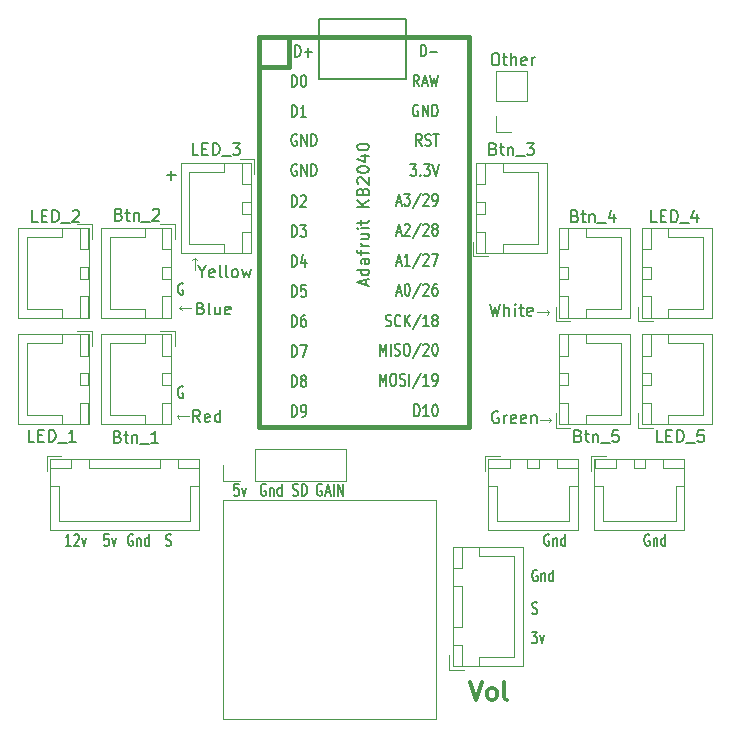
<source format=gbr>
%TF.GenerationSoftware,KiCad,Pcbnew,9.0.1*%
%TF.CreationDate,2025-05-03T16:32:41-05:00*%
%TF.ProjectId,WhackAMole,57686163-6b41-44d6-9f6c-652e6b696361,rev?*%
%TF.SameCoordinates,Original*%
%TF.FileFunction,Legend,Top*%
%TF.FilePolarity,Positive*%
%FSLAX46Y46*%
G04 Gerber Fmt 4.6, Leading zero omitted, Abs format (unit mm)*
G04 Created by KiCad (PCBNEW 9.0.1) date 2025-05-03 16:32:41*
%MOMM*%
%LPD*%
G01*
G04 APERTURE LIST*
%ADD10C,0.187500*%
%ADD11C,0.160000*%
%ADD12C,0.100000*%
%ADD13C,0.200000*%
%ADD14C,0.182500*%
%ADD15C,0.300000*%
%ADD16C,0.381000*%
%ADD17C,0.120000*%
G04 APERTURE END LIST*
D10*
X117194783Y-97665488D02*
X117123355Y-97617869D01*
X117123355Y-97617869D02*
X117016212Y-97617869D01*
X117016212Y-97617869D02*
X116909069Y-97665488D01*
X116909069Y-97665488D02*
X116837640Y-97760726D01*
X116837640Y-97760726D02*
X116801926Y-97855964D01*
X116801926Y-97855964D02*
X116766212Y-98046440D01*
X116766212Y-98046440D02*
X116766212Y-98189297D01*
X116766212Y-98189297D02*
X116801926Y-98379773D01*
X116801926Y-98379773D02*
X116837640Y-98475011D01*
X116837640Y-98475011D02*
X116909069Y-98570250D01*
X116909069Y-98570250D02*
X117016212Y-98617869D01*
X117016212Y-98617869D02*
X117087640Y-98617869D01*
X117087640Y-98617869D02*
X117194783Y-98570250D01*
X117194783Y-98570250D02*
X117230497Y-98522630D01*
X117230497Y-98522630D02*
X117230497Y-98189297D01*
X117230497Y-98189297D02*
X117087640Y-98189297D01*
X117194783Y-106415488D02*
X117123355Y-106367869D01*
X117123355Y-106367869D02*
X117016212Y-106367869D01*
X117016212Y-106367869D02*
X116909069Y-106415488D01*
X116909069Y-106415488D02*
X116837640Y-106510726D01*
X116837640Y-106510726D02*
X116801926Y-106605964D01*
X116801926Y-106605964D02*
X116766212Y-106796440D01*
X116766212Y-106796440D02*
X116766212Y-106939297D01*
X116766212Y-106939297D02*
X116801926Y-107129773D01*
X116801926Y-107129773D02*
X116837640Y-107225011D01*
X116837640Y-107225011D02*
X116909069Y-107320250D01*
X116909069Y-107320250D02*
X117016212Y-107367869D01*
X117016212Y-107367869D02*
X117087640Y-107367869D01*
X117087640Y-107367869D02*
X117194783Y-107320250D01*
X117194783Y-107320250D02*
X117230497Y-107272630D01*
X117230497Y-107272630D02*
X117230497Y-106939297D01*
X117230497Y-106939297D02*
X117087640Y-106939297D01*
X146766212Y-125570250D02*
X146873355Y-125617869D01*
X146873355Y-125617869D02*
X147051926Y-125617869D01*
X147051926Y-125617869D02*
X147123355Y-125570250D01*
X147123355Y-125570250D02*
X147159069Y-125522630D01*
X147159069Y-125522630D02*
X147194783Y-125427392D01*
X147194783Y-125427392D02*
X147194783Y-125332154D01*
X147194783Y-125332154D02*
X147159069Y-125236916D01*
X147159069Y-125236916D02*
X147123355Y-125189297D01*
X147123355Y-125189297D02*
X147051926Y-125141678D01*
X147051926Y-125141678D02*
X146909069Y-125094059D01*
X146909069Y-125094059D02*
X146837640Y-125046440D01*
X146837640Y-125046440D02*
X146801926Y-124998821D01*
X146801926Y-124998821D02*
X146766212Y-124903583D01*
X146766212Y-124903583D02*
X146766212Y-124808345D01*
X146766212Y-124808345D02*
X146801926Y-124713107D01*
X146801926Y-124713107D02*
X146837640Y-124665488D01*
X146837640Y-124665488D02*
X146909069Y-124617869D01*
X146909069Y-124617869D02*
X147087640Y-124617869D01*
X147087640Y-124617869D02*
X147194783Y-124665488D01*
X146730497Y-127117869D02*
X147194783Y-127117869D01*
X147194783Y-127117869D02*
X146944783Y-127498821D01*
X146944783Y-127498821D02*
X147051926Y-127498821D01*
X147051926Y-127498821D02*
X147123355Y-127546440D01*
X147123355Y-127546440D02*
X147159069Y-127594059D01*
X147159069Y-127594059D02*
X147194783Y-127689297D01*
X147194783Y-127689297D02*
X147194783Y-127927392D01*
X147194783Y-127927392D02*
X147159069Y-128022630D01*
X147159069Y-128022630D02*
X147123355Y-128070250D01*
X147123355Y-128070250D02*
X147051926Y-128117869D01*
X147051926Y-128117869D02*
X146837640Y-128117869D01*
X146837640Y-128117869D02*
X146766212Y-128070250D01*
X146766212Y-128070250D02*
X146730497Y-128022630D01*
X147444783Y-127451202D02*
X147623355Y-128117869D01*
X147623355Y-128117869D02*
X147801926Y-127451202D01*
D11*
X115843358Y-88488346D02*
X116605263Y-88488346D01*
X116224310Y-88869299D02*
X116224310Y-88107394D01*
D10*
X148194783Y-118915488D02*
X148123355Y-118867869D01*
X148123355Y-118867869D02*
X148016212Y-118867869D01*
X148016212Y-118867869D02*
X147909069Y-118915488D01*
X147909069Y-118915488D02*
X147837640Y-119010726D01*
X147837640Y-119010726D02*
X147801926Y-119105964D01*
X147801926Y-119105964D02*
X147766212Y-119296440D01*
X147766212Y-119296440D02*
X147766212Y-119439297D01*
X147766212Y-119439297D02*
X147801926Y-119629773D01*
X147801926Y-119629773D02*
X147837640Y-119725011D01*
X147837640Y-119725011D02*
X147909069Y-119820250D01*
X147909069Y-119820250D02*
X148016212Y-119867869D01*
X148016212Y-119867869D02*
X148087640Y-119867869D01*
X148087640Y-119867869D02*
X148194783Y-119820250D01*
X148194783Y-119820250D02*
X148230497Y-119772630D01*
X148230497Y-119772630D02*
X148230497Y-119439297D01*
X148230497Y-119439297D02*
X148087640Y-119439297D01*
X148551926Y-119201202D02*
X148551926Y-119867869D01*
X148551926Y-119296440D02*
X148587640Y-119248821D01*
X148587640Y-119248821D02*
X148659069Y-119201202D01*
X148659069Y-119201202D02*
X148766212Y-119201202D01*
X148766212Y-119201202D02*
X148837640Y-119248821D01*
X148837640Y-119248821D02*
X148873355Y-119344059D01*
X148873355Y-119344059D02*
X148873355Y-119867869D01*
X149551926Y-119867869D02*
X149551926Y-118867869D01*
X149551926Y-119820250D02*
X149480497Y-119867869D01*
X149480497Y-119867869D02*
X149337640Y-119867869D01*
X149337640Y-119867869D02*
X149266211Y-119820250D01*
X149266211Y-119820250D02*
X149230497Y-119772630D01*
X149230497Y-119772630D02*
X149194783Y-119677392D01*
X149194783Y-119677392D02*
X149194783Y-119391678D01*
X149194783Y-119391678D02*
X149230497Y-119296440D01*
X149230497Y-119296440D02*
X149266211Y-119248821D01*
X149266211Y-119248821D02*
X149337640Y-119201202D01*
X149337640Y-119201202D02*
X149480497Y-119201202D01*
X149480497Y-119201202D02*
X149551926Y-119248821D01*
X147194783Y-121915488D02*
X147123355Y-121867869D01*
X147123355Y-121867869D02*
X147016212Y-121867869D01*
X147016212Y-121867869D02*
X146909069Y-121915488D01*
X146909069Y-121915488D02*
X146837640Y-122010726D01*
X146837640Y-122010726D02*
X146801926Y-122105964D01*
X146801926Y-122105964D02*
X146766212Y-122296440D01*
X146766212Y-122296440D02*
X146766212Y-122439297D01*
X146766212Y-122439297D02*
X146801926Y-122629773D01*
X146801926Y-122629773D02*
X146837640Y-122725011D01*
X146837640Y-122725011D02*
X146909069Y-122820250D01*
X146909069Y-122820250D02*
X147016212Y-122867869D01*
X147016212Y-122867869D02*
X147087640Y-122867869D01*
X147087640Y-122867869D02*
X147194783Y-122820250D01*
X147194783Y-122820250D02*
X147230497Y-122772630D01*
X147230497Y-122772630D02*
X147230497Y-122439297D01*
X147230497Y-122439297D02*
X147087640Y-122439297D01*
X147551926Y-122201202D02*
X147551926Y-122867869D01*
X147551926Y-122296440D02*
X147587640Y-122248821D01*
X147587640Y-122248821D02*
X147659069Y-122201202D01*
X147659069Y-122201202D02*
X147766212Y-122201202D01*
X147766212Y-122201202D02*
X147837640Y-122248821D01*
X147837640Y-122248821D02*
X147873355Y-122344059D01*
X147873355Y-122344059D02*
X147873355Y-122867869D01*
X148551926Y-122867869D02*
X148551926Y-121867869D01*
X148551926Y-122820250D02*
X148480497Y-122867869D01*
X148480497Y-122867869D02*
X148337640Y-122867869D01*
X148337640Y-122867869D02*
X148266211Y-122820250D01*
X148266211Y-122820250D02*
X148230497Y-122772630D01*
X148230497Y-122772630D02*
X148194783Y-122677392D01*
X148194783Y-122677392D02*
X148194783Y-122391678D01*
X148194783Y-122391678D02*
X148230497Y-122296440D01*
X148230497Y-122296440D02*
X148266211Y-122248821D01*
X148266211Y-122248821D02*
X148337640Y-122201202D01*
X148337640Y-122201202D02*
X148480497Y-122201202D01*
X148480497Y-122201202D02*
X148551926Y-122248821D01*
X124194783Y-114665488D02*
X124123355Y-114617869D01*
X124123355Y-114617869D02*
X124016212Y-114617869D01*
X124016212Y-114617869D02*
X123909069Y-114665488D01*
X123909069Y-114665488D02*
X123837640Y-114760726D01*
X123837640Y-114760726D02*
X123801926Y-114855964D01*
X123801926Y-114855964D02*
X123766212Y-115046440D01*
X123766212Y-115046440D02*
X123766212Y-115189297D01*
X123766212Y-115189297D02*
X123801926Y-115379773D01*
X123801926Y-115379773D02*
X123837640Y-115475011D01*
X123837640Y-115475011D02*
X123909069Y-115570250D01*
X123909069Y-115570250D02*
X124016212Y-115617869D01*
X124016212Y-115617869D02*
X124087640Y-115617869D01*
X124087640Y-115617869D02*
X124194783Y-115570250D01*
X124194783Y-115570250D02*
X124230497Y-115522630D01*
X124230497Y-115522630D02*
X124230497Y-115189297D01*
X124230497Y-115189297D02*
X124087640Y-115189297D01*
X124551926Y-114951202D02*
X124551926Y-115617869D01*
X124551926Y-115046440D02*
X124587640Y-114998821D01*
X124587640Y-114998821D02*
X124659069Y-114951202D01*
X124659069Y-114951202D02*
X124766212Y-114951202D01*
X124766212Y-114951202D02*
X124837640Y-114998821D01*
X124837640Y-114998821D02*
X124873355Y-115094059D01*
X124873355Y-115094059D02*
X124873355Y-115617869D01*
X125551926Y-115617869D02*
X125551926Y-114617869D01*
X125551926Y-115570250D02*
X125480497Y-115617869D01*
X125480497Y-115617869D02*
X125337640Y-115617869D01*
X125337640Y-115617869D02*
X125266211Y-115570250D01*
X125266211Y-115570250D02*
X125230497Y-115522630D01*
X125230497Y-115522630D02*
X125194783Y-115427392D01*
X125194783Y-115427392D02*
X125194783Y-115141678D01*
X125194783Y-115141678D02*
X125230497Y-115046440D01*
X125230497Y-115046440D02*
X125266211Y-114998821D01*
X125266211Y-114998821D02*
X125337640Y-114951202D01*
X125337640Y-114951202D02*
X125480497Y-114951202D01*
X125480497Y-114951202D02*
X125551926Y-114998821D01*
X121909069Y-114617869D02*
X121551926Y-114617869D01*
X121551926Y-114617869D02*
X121516212Y-115094059D01*
X121516212Y-115094059D02*
X121551926Y-115046440D01*
X121551926Y-115046440D02*
X121623355Y-114998821D01*
X121623355Y-114998821D02*
X121801926Y-114998821D01*
X121801926Y-114998821D02*
X121873355Y-115046440D01*
X121873355Y-115046440D02*
X121909069Y-115094059D01*
X121909069Y-115094059D02*
X121944783Y-115189297D01*
X121944783Y-115189297D02*
X121944783Y-115427392D01*
X121944783Y-115427392D02*
X121909069Y-115522630D01*
X121909069Y-115522630D02*
X121873355Y-115570250D01*
X121873355Y-115570250D02*
X121801926Y-115617869D01*
X121801926Y-115617869D02*
X121623355Y-115617869D01*
X121623355Y-115617869D02*
X121551926Y-115570250D01*
X121551926Y-115570250D02*
X121516212Y-115522630D01*
X122194783Y-114951202D02*
X122373355Y-115617869D01*
X122373355Y-115617869D02*
X122551926Y-114951202D01*
D12*
X116900000Y-109100000D02*
X116700000Y-108900000D01*
X147400000Y-109200000D02*
X148400000Y-109200000D01*
X148200000Y-100100000D02*
X148000000Y-100300000D01*
X148400000Y-109200000D02*
X148200000Y-109400000D01*
X148200000Y-109400000D02*
X148400000Y-109200000D01*
X118000000Y-95700000D02*
X118200000Y-95500000D01*
X117700000Y-108900000D02*
X116700000Y-108900000D01*
X148000000Y-99900000D02*
X148200000Y-100100000D01*
X118200000Y-96500000D02*
X118200000Y-95500000D01*
X148200000Y-109000000D02*
X148400000Y-109200000D01*
X118200000Y-95500000D02*
X118400000Y-95700000D01*
X147200000Y-100100000D02*
X148200000Y-100100000D01*
X116900000Y-99700000D02*
X117100000Y-99500000D01*
X116700000Y-108900000D02*
X116900000Y-108700000D01*
X117900000Y-99700000D02*
X116900000Y-99700000D01*
X116900000Y-108700000D02*
X116700000Y-108900000D01*
X148000000Y-100300000D02*
X148200000Y-100100000D01*
X117100000Y-99900000D02*
X116900000Y-99700000D01*
X117100000Y-99500000D02*
X116900000Y-99700000D01*
X118400000Y-95700000D02*
X118200000Y-95500000D01*
D13*
X118641101Y-109367219D02*
X118307768Y-108891028D01*
X118069673Y-109367219D02*
X118069673Y-108367219D01*
X118069673Y-108367219D02*
X118450625Y-108367219D01*
X118450625Y-108367219D02*
X118545863Y-108414838D01*
X118545863Y-108414838D02*
X118593482Y-108462457D01*
X118593482Y-108462457D02*
X118641101Y-108557695D01*
X118641101Y-108557695D02*
X118641101Y-108700552D01*
X118641101Y-108700552D02*
X118593482Y-108795790D01*
X118593482Y-108795790D02*
X118545863Y-108843409D01*
X118545863Y-108843409D02*
X118450625Y-108891028D01*
X118450625Y-108891028D02*
X118069673Y-108891028D01*
X119450625Y-109319600D02*
X119355387Y-109367219D01*
X119355387Y-109367219D02*
X119164911Y-109367219D01*
X119164911Y-109367219D02*
X119069673Y-109319600D01*
X119069673Y-109319600D02*
X119022054Y-109224361D01*
X119022054Y-109224361D02*
X119022054Y-108843409D01*
X119022054Y-108843409D02*
X119069673Y-108748171D01*
X119069673Y-108748171D02*
X119164911Y-108700552D01*
X119164911Y-108700552D02*
X119355387Y-108700552D01*
X119355387Y-108700552D02*
X119450625Y-108748171D01*
X119450625Y-108748171D02*
X119498244Y-108843409D01*
X119498244Y-108843409D02*
X119498244Y-108938647D01*
X119498244Y-108938647D02*
X119022054Y-109033885D01*
X120355387Y-109367219D02*
X120355387Y-108367219D01*
X120355387Y-109319600D02*
X120260149Y-109367219D01*
X120260149Y-109367219D02*
X120069673Y-109367219D01*
X120069673Y-109367219D02*
X119974435Y-109319600D01*
X119974435Y-109319600D02*
X119926816Y-109271980D01*
X119926816Y-109271980D02*
X119879197Y-109176742D01*
X119879197Y-109176742D02*
X119879197Y-108891028D01*
X119879197Y-108891028D02*
X119926816Y-108795790D01*
X119926816Y-108795790D02*
X119974435Y-108748171D01*
X119974435Y-108748171D02*
X120069673Y-108700552D01*
X120069673Y-108700552D02*
X120260149Y-108700552D01*
X120260149Y-108700552D02*
X120355387Y-108748171D01*
X143560149Y-78167219D02*
X143750625Y-78167219D01*
X143750625Y-78167219D02*
X143845863Y-78214838D01*
X143845863Y-78214838D02*
X143941101Y-78310076D01*
X143941101Y-78310076D02*
X143988720Y-78500552D01*
X143988720Y-78500552D02*
X143988720Y-78833885D01*
X143988720Y-78833885D02*
X143941101Y-79024361D01*
X143941101Y-79024361D02*
X143845863Y-79119600D01*
X143845863Y-79119600D02*
X143750625Y-79167219D01*
X143750625Y-79167219D02*
X143560149Y-79167219D01*
X143560149Y-79167219D02*
X143464911Y-79119600D01*
X143464911Y-79119600D02*
X143369673Y-79024361D01*
X143369673Y-79024361D02*
X143322054Y-78833885D01*
X143322054Y-78833885D02*
X143322054Y-78500552D01*
X143322054Y-78500552D02*
X143369673Y-78310076D01*
X143369673Y-78310076D02*
X143464911Y-78214838D01*
X143464911Y-78214838D02*
X143560149Y-78167219D01*
X144274435Y-78500552D02*
X144655387Y-78500552D01*
X144417292Y-78167219D02*
X144417292Y-79024361D01*
X144417292Y-79024361D02*
X144464911Y-79119600D01*
X144464911Y-79119600D02*
X144560149Y-79167219D01*
X144560149Y-79167219D02*
X144655387Y-79167219D01*
X144988721Y-79167219D02*
X144988721Y-78167219D01*
X145417292Y-79167219D02*
X145417292Y-78643409D01*
X145417292Y-78643409D02*
X145369673Y-78548171D01*
X145369673Y-78548171D02*
X145274435Y-78500552D01*
X145274435Y-78500552D02*
X145131578Y-78500552D01*
X145131578Y-78500552D02*
X145036340Y-78548171D01*
X145036340Y-78548171D02*
X144988721Y-78595790D01*
X146274435Y-79119600D02*
X146179197Y-79167219D01*
X146179197Y-79167219D02*
X145988721Y-79167219D01*
X145988721Y-79167219D02*
X145893483Y-79119600D01*
X145893483Y-79119600D02*
X145845864Y-79024361D01*
X145845864Y-79024361D02*
X145845864Y-78643409D01*
X145845864Y-78643409D02*
X145893483Y-78548171D01*
X145893483Y-78548171D02*
X145988721Y-78500552D01*
X145988721Y-78500552D02*
X146179197Y-78500552D01*
X146179197Y-78500552D02*
X146274435Y-78548171D01*
X146274435Y-78548171D02*
X146322054Y-78643409D01*
X146322054Y-78643409D02*
X146322054Y-78738647D01*
X146322054Y-78738647D02*
X145845864Y-78833885D01*
X146750626Y-79167219D02*
X146750626Y-78500552D01*
X146750626Y-78691028D02*
X146798245Y-78595790D01*
X146798245Y-78595790D02*
X146845864Y-78548171D01*
X146845864Y-78548171D02*
X146941102Y-78500552D01*
X146941102Y-78500552D02*
X147036340Y-78500552D01*
D10*
X107694783Y-119867869D02*
X107266212Y-119867869D01*
X107480497Y-119867869D02*
X107480497Y-118867869D01*
X107480497Y-118867869D02*
X107409069Y-119010726D01*
X107409069Y-119010726D02*
X107337640Y-119105964D01*
X107337640Y-119105964D02*
X107266212Y-119153583D01*
X107980498Y-118963107D02*
X108016212Y-118915488D01*
X108016212Y-118915488D02*
X108087641Y-118867869D01*
X108087641Y-118867869D02*
X108266212Y-118867869D01*
X108266212Y-118867869D02*
X108337641Y-118915488D01*
X108337641Y-118915488D02*
X108373355Y-118963107D01*
X108373355Y-118963107D02*
X108409069Y-119058345D01*
X108409069Y-119058345D02*
X108409069Y-119153583D01*
X108409069Y-119153583D02*
X108373355Y-119296440D01*
X108373355Y-119296440D02*
X107944783Y-119867869D01*
X107944783Y-119867869D02*
X108409069Y-119867869D01*
X108659069Y-119201202D02*
X108837641Y-119867869D01*
X108837641Y-119867869D02*
X109016212Y-119201202D01*
X110909069Y-118867869D02*
X110551926Y-118867869D01*
X110551926Y-118867869D02*
X110516212Y-119344059D01*
X110516212Y-119344059D02*
X110551926Y-119296440D01*
X110551926Y-119296440D02*
X110623355Y-119248821D01*
X110623355Y-119248821D02*
X110801926Y-119248821D01*
X110801926Y-119248821D02*
X110873355Y-119296440D01*
X110873355Y-119296440D02*
X110909069Y-119344059D01*
X110909069Y-119344059D02*
X110944783Y-119439297D01*
X110944783Y-119439297D02*
X110944783Y-119677392D01*
X110944783Y-119677392D02*
X110909069Y-119772630D01*
X110909069Y-119772630D02*
X110873355Y-119820250D01*
X110873355Y-119820250D02*
X110801926Y-119867869D01*
X110801926Y-119867869D02*
X110623355Y-119867869D01*
X110623355Y-119867869D02*
X110551926Y-119820250D01*
X110551926Y-119820250D02*
X110516212Y-119772630D01*
X111194783Y-119201202D02*
X111373355Y-119867869D01*
X111373355Y-119867869D02*
X111551926Y-119201202D01*
D13*
X143174435Y-99367219D02*
X143412530Y-100367219D01*
X143412530Y-100367219D02*
X143603006Y-99652933D01*
X143603006Y-99652933D02*
X143793482Y-100367219D01*
X143793482Y-100367219D02*
X144031578Y-99367219D01*
X144412530Y-100367219D02*
X144412530Y-99367219D01*
X144841101Y-100367219D02*
X144841101Y-99843409D01*
X144841101Y-99843409D02*
X144793482Y-99748171D01*
X144793482Y-99748171D02*
X144698244Y-99700552D01*
X144698244Y-99700552D02*
X144555387Y-99700552D01*
X144555387Y-99700552D02*
X144460149Y-99748171D01*
X144460149Y-99748171D02*
X144412530Y-99795790D01*
X145317292Y-100367219D02*
X145317292Y-99700552D01*
X145317292Y-99367219D02*
X145269673Y-99414838D01*
X145269673Y-99414838D02*
X145317292Y-99462457D01*
X145317292Y-99462457D02*
X145364911Y-99414838D01*
X145364911Y-99414838D02*
X145317292Y-99367219D01*
X145317292Y-99367219D02*
X145317292Y-99462457D01*
X145650625Y-99700552D02*
X146031577Y-99700552D01*
X145793482Y-99367219D02*
X145793482Y-100224361D01*
X145793482Y-100224361D02*
X145841101Y-100319600D01*
X145841101Y-100319600D02*
X145936339Y-100367219D01*
X145936339Y-100367219D02*
X146031577Y-100367219D01*
X146745863Y-100319600D02*
X146650625Y-100367219D01*
X146650625Y-100367219D02*
X146460149Y-100367219D01*
X146460149Y-100367219D02*
X146364911Y-100319600D01*
X146364911Y-100319600D02*
X146317292Y-100224361D01*
X146317292Y-100224361D02*
X146317292Y-99843409D01*
X146317292Y-99843409D02*
X146364911Y-99748171D01*
X146364911Y-99748171D02*
X146460149Y-99700552D01*
X146460149Y-99700552D02*
X146650625Y-99700552D01*
X146650625Y-99700552D02*
X146745863Y-99748171D01*
X146745863Y-99748171D02*
X146793482Y-99843409D01*
X146793482Y-99843409D02*
X146793482Y-99938647D01*
X146793482Y-99938647D02*
X146317292Y-100033885D01*
X118810149Y-96641028D02*
X118810149Y-97117219D01*
X118476816Y-96117219D02*
X118810149Y-96641028D01*
X118810149Y-96641028D02*
X119143482Y-96117219D01*
X119857768Y-97069600D02*
X119762530Y-97117219D01*
X119762530Y-97117219D02*
X119572054Y-97117219D01*
X119572054Y-97117219D02*
X119476816Y-97069600D01*
X119476816Y-97069600D02*
X119429197Y-96974361D01*
X119429197Y-96974361D02*
X119429197Y-96593409D01*
X119429197Y-96593409D02*
X119476816Y-96498171D01*
X119476816Y-96498171D02*
X119572054Y-96450552D01*
X119572054Y-96450552D02*
X119762530Y-96450552D01*
X119762530Y-96450552D02*
X119857768Y-96498171D01*
X119857768Y-96498171D02*
X119905387Y-96593409D01*
X119905387Y-96593409D02*
X119905387Y-96688647D01*
X119905387Y-96688647D02*
X119429197Y-96783885D01*
X120476816Y-97117219D02*
X120381578Y-97069600D01*
X120381578Y-97069600D02*
X120333959Y-96974361D01*
X120333959Y-96974361D02*
X120333959Y-96117219D01*
X121000626Y-97117219D02*
X120905388Y-97069600D01*
X120905388Y-97069600D02*
X120857769Y-96974361D01*
X120857769Y-96974361D02*
X120857769Y-96117219D01*
X121524436Y-97117219D02*
X121429198Y-97069600D01*
X121429198Y-97069600D02*
X121381579Y-97021980D01*
X121381579Y-97021980D02*
X121333960Y-96926742D01*
X121333960Y-96926742D02*
X121333960Y-96641028D01*
X121333960Y-96641028D02*
X121381579Y-96545790D01*
X121381579Y-96545790D02*
X121429198Y-96498171D01*
X121429198Y-96498171D02*
X121524436Y-96450552D01*
X121524436Y-96450552D02*
X121667293Y-96450552D01*
X121667293Y-96450552D02*
X121762531Y-96498171D01*
X121762531Y-96498171D02*
X121810150Y-96545790D01*
X121810150Y-96545790D02*
X121857769Y-96641028D01*
X121857769Y-96641028D02*
X121857769Y-96926742D01*
X121857769Y-96926742D02*
X121810150Y-97021980D01*
X121810150Y-97021980D02*
X121762531Y-97069600D01*
X121762531Y-97069600D02*
X121667293Y-97117219D01*
X121667293Y-97117219D02*
X121524436Y-97117219D01*
X122191103Y-96450552D02*
X122381579Y-97117219D01*
X122381579Y-97117219D02*
X122572055Y-96641028D01*
X122572055Y-96641028D02*
X122762531Y-97117219D01*
X122762531Y-97117219D02*
X122953007Y-96450552D01*
D10*
X128944783Y-114665488D02*
X128873355Y-114617869D01*
X128873355Y-114617869D02*
X128766212Y-114617869D01*
X128766212Y-114617869D02*
X128659069Y-114665488D01*
X128659069Y-114665488D02*
X128587640Y-114760726D01*
X128587640Y-114760726D02*
X128551926Y-114855964D01*
X128551926Y-114855964D02*
X128516212Y-115046440D01*
X128516212Y-115046440D02*
X128516212Y-115189297D01*
X128516212Y-115189297D02*
X128551926Y-115379773D01*
X128551926Y-115379773D02*
X128587640Y-115475011D01*
X128587640Y-115475011D02*
X128659069Y-115570250D01*
X128659069Y-115570250D02*
X128766212Y-115617869D01*
X128766212Y-115617869D02*
X128837640Y-115617869D01*
X128837640Y-115617869D02*
X128944783Y-115570250D01*
X128944783Y-115570250D02*
X128980497Y-115522630D01*
X128980497Y-115522630D02*
X128980497Y-115189297D01*
X128980497Y-115189297D02*
X128837640Y-115189297D01*
X129266212Y-115332154D02*
X129623355Y-115332154D01*
X129194783Y-115617869D02*
X129444783Y-114617869D01*
X129444783Y-114617869D02*
X129694783Y-115617869D01*
X129944783Y-115617869D02*
X129944783Y-114617869D01*
X130301926Y-115617869D02*
X130301926Y-114617869D01*
X130301926Y-114617869D02*
X130730497Y-115617869D01*
X130730497Y-115617869D02*
X130730497Y-114617869D01*
D13*
X118703006Y-99743409D02*
X118845863Y-99791028D01*
X118845863Y-99791028D02*
X118893482Y-99838647D01*
X118893482Y-99838647D02*
X118941101Y-99933885D01*
X118941101Y-99933885D02*
X118941101Y-100076742D01*
X118941101Y-100076742D02*
X118893482Y-100171980D01*
X118893482Y-100171980D02*
X118845863Y-100219600D01*
X118845863Y-100219600D02*
X118750625Y-100267219D01*
X118750625Y-100267219D02*
X118369673Y-100267219D01*
X118369673Y-100267219D02*
X118369673Y-99267219D01*
X118369673Y-99267219D02*
X118703006Y-99267219D01*
X118703006Y-99267219D02*
X118798244Y-99314838D01*
X118798244Y-99314838D02*
X118845863Y-99362457D01*
X118845863Y-99362457D02*
X118893482Y-99457695D01*
X118893482Y-99457695D02*
X118893482Y-99552933D01*
X118893482Y-99552933D02*
X118845863Y-99648171D01*
X118845863Y-99648171D02*
X118798244Y-99695790D01*
X118798244Y-99695790D02*
X118703006Y-99743409D01*
X118703006Y-99743409D02*
X118369673Y-99743409D01*
X119512530Y-100267219D02*
X119417292Y-100219600D01*
X119417292Y-100219600D02*
X119369673Y-100124361D01*
X119369673Y-100124361D02*
X119369673Y-99267219D01*
X120322054Y-99600552D02*
X120322054Y-100267219D01*
X119893483Y-99600552D02*
X119893483Y-100124361D01*
X119893483Y-100124361D02*
X119941102Y-100219600D01*
X119941102Y-100219600D02*
X120036340Y-100267219D01*
X120036340Y-100267219D02*
X120179197Y-100267219D01*
X120179197Y-100267219D02*
X120274435Y-100219600D01*
X120274435Y-100219600D02*
X120322054Y-100171980D01*
X121179197Y-100219600D02*
X121083959Y-100267219D01*
X121083959Y-100267219D02*
X120893483Y-100267219D01*
X120893483Y-100267219D02*
X120798245Y-100219600D01*
X120798245Y-100219600D02*
X120750626Y-100124361D01*
X120750626Y-100124361D02*
X120750626Y-99743409D01*
X120750626Y-99743409D02*
X120798245Y-99648171D01*
X120798245Y-99648171D02*
X120893483Y-99600552D01*
X120893483Y-99600552D02*
X121083959Y-99600552D01*
X121083959Y-99600552D02*
X121179197Y-99648171D01*
X121179197Y-99648171D02*
X121226816Y-99743409D01*
X121226816Y-99743409D02*
X121226816Y-99838647D01*
X121226816Y-99838647D02*
X120750626Y-99933885D01*
D10*
X112944783Y-118915488D02*
X112873355Y-118867869D01*
X112873355Y-118867869D02*
X112766212Y-118867869D01*
X112766212Y-118867869D02*
X112659069Y-118915488D01*
X112659069Y-118915488D02*
X112587640Y-119010726D01*
X112587640Y-119010726D02*
X112551926Y-119105964D01*
X112551926Y-119105964D02*
X112516212Y-119296440D01*
X112516212Y-119296440D02*
X112516212Y-119439297D01*
X112516212Y-119439297D02*
X112551926Y-119629773D01*
X112551926Y-119629773D02*
X112587640Y-119725011D01*
X112587640Y-119725011D02*
X112659069Y-119820250D01*
X112659069Y-119820250D02*
X112766212Y-119867869D01*
X112766212Y-119867869D02*
X112837640Y-119867869D01*
X112837640Y-119867869D02*
X112944783Y-119820250D01*
X112944783Y-119820250D02*
X112980497Y-119772630D01*
X112980497Y-119772630D02*
X112980497Y-119439297D01*
X112980497Y-119439297D02*
X112837640Y-119439297D01*
X113301926Y-119201202D02*
X113301926Y-119867869D01*
X113301926Y-119296440D02*
X113337640Y-119248821D01*
X113337640Y-119248821D02*
X113409069Y-119201202D01*
X113409069Y-119201202D02*
X113516212Y-119201202D01*
X113516212Y-119201202D02*
X113587640Y-119248821D01*
X113587640Y-119248821D02*
X113623355Y-119344059D01*
X113623355Y-119344059D02*
X113623355Y-119867869D01*
X114301926Y-119867869D02*
X114301926Y-118867869D01*
X114301926Y-119820250D02*
X114230497Y-119867869D01*
X114230497Y-119867869D02*
X114087640Y-119867869D01*
X114087640Y-119867869D02*
X114016211Y-119820250D01*
X114016211Y-119820250D02*
X113980497Y-119772630D01*
X113980497Y-119772630D02*
X113944783Y-119677392D01*
X113944783Y-119677392D02*
X113944783Y-119391678D01*
X113944783Y-119391678D02*
X113980497Y-119296440D01*
X113980497Y-119296440D02*
X114016211Y-119248821D01*
X114016211Y-119248821D02*
X114087640Y-119201202D01*
X114087640Y-119201202D02*
X114230497Y-119201202D01*
X114230497Y-119201202D02*
X114301926Y-119248821D01*
D14*
X156691493Y-118915748D02*
X156620065Y-118868129D01*
X156620065Y-118868129D02*
X156512922Y-118868129D01*
X156512922Y-118868129D02*
X156405779Y-118915748D01*
X156405779Y-118915748D02*
X156334350Y-119010986D01*
X156334350Y-119010986D02*
X156298636Y-119106224D01*
X156298636Y-119106224D02*
X156262922Y-119296700D01*
X156262922Y-119296700D02*
X156262922Y-119439557D01*
X156262922Y-119439557D02*
X156298636Y-119630033D01*
X156298636Y-119630033D02*
X156334350Y-119725271D01*
X156334350Y-119725271D02*
X156405779Y-119820510D01*
X156405779Y-119820510D02*
X156512922Y-119868129D01*
X156512922Y-119868129D02*
X156584350Y-119868129D01*
X156584350Y-119868129D02*
X156691493Y-119820510D01*
X156691493Y-119820510D02*
X156727207Y-119772890D01*
X156727207Y-119772890D02*
X156727207Y-119439557D01*
X156727207Y-119439557D02*
X156584350Y-119439557D01*
X157048636Y-119201462D02*
X157048636Y-119868129D01*
X157048636Y-119296700D02*
X157084350Y-119249081D01*
X157084350Y-119249081D02*
X157155779Y-119201462D01*
X157155779Y-119201462D02*
X157262922Y-119201462D01*
X157262922Y-119201462D02*
X157334350Y-119249081D01*
X157334350Y-119249081D02*
X157370065Y-119344319D01*
X157370065Y-119344319D02*
X157370065Y-119868129D01*
X158048636Y-119868129D02*
X158048636Y-118868129D01*
X158048636Y-119820510D02*
X157977207Y-119868129D01*
X157977207Y-119868129D02*
X157834350Y-119868129D01*
X157834350Y-119868129D02*
X157762921Y-119820510D01*
X157762921Y-119820510D02*
X157727207Y-119772890D01*
X157727207Y-119772890D02*
X157691493Y-119677652D01*
X157691493Y-119677652D02*
X157691493Y-119391938D01*
X157691493Y-119391938D02*
X157727207Y-119296700D01*
X157727207Y-119296700D02*
X157762921Y-119249081D01*
X157762921Y-119249081D02*
X157834350Y-119201462D01*
X157834350Y-119201462D02*
X157977207Y-119201462D01*
X157977207Y-119201462D02*
X158048636Y-119249081D01*
D13*
X143893482Y-108514838D02*
X143798244Y-108467219D01*
X143798244Y-108467219D02*
X143655387Y-108467219D01*
X143655387Y-108467219D02*
X143512530Y-108514838D01*
X143512530Y-108514838D02*
X143417292Y-108610076D01*
X143417292Y-108610076D02*
X143369673Y-108705314D01*
X143369673Y-108705314D02*
X143322054Y-108895790D01*
X143322054Y-108895790D02*
X143322054Y-109038647D01*
X143322054Y-109038647D02*
X143369673Y-109229123D01*
X143369673Y-109229123D02*
X143417292Y-109324361D01*
X143417292Y-109324361D02*
X143512530Y-109419600D01*
X143512530Y-109419600D02*
X143655387Y-109467219D01*
X143655387Y-109467219D02*
X143750625Y-109467219D01*
X143750625Y-109467219D02*
X143893482Y-109419600D01*
X143893482Y-109419600D02*
X143941101Y-109371980D01*
X143941101Y-109371980D02*
X143941101Y-109038647D01*
X143941101Y-109038647D02*
X143750625Y-109038647D01*
X144369673Y-109467219D02*
X144369673Y-108800552D01*
X144369673Y-108991028D02*
X144417292Y-108895790D01*
X144417292Y-108895790D02*
X144464911Y-108848171D01*
X144464911Y-108848171D02*
X144560149Y-108800552D01*
X144560149Y-108800552D02*
X144655387Y-108800552D01*
X145369673Y-109419600D02*
X145274435Y-109467219D01*
X145274435Y-109467219D02*
X145083959Y-109467219D01*
X145083959Y-109467219D02*
X144988721Y-109419600D01*
X144988721Y-109419600D02*
X144941102Y-109324361D01*
X144941102Y-109324361D02*
X144941102Y-108943409D01*
X144941102Y-108943409D02*
X144988721Y-108848171D01*
X144988721Y-108848171D02*
X145083959Y-108800552D01*
X145083959Y-108800552D02*
X145274435Y-108800552D01*
X145274435Y-108800552D02*
X145369673Y-108848171D01*
X145369673Y-108848171D02*
X145417292Y-108943409D01*
X145417292Y-108943409D02*
X145417292Y-109038647D01*
X145417292Y-109038647D02*
X144941102Y-109133885D01*
X146226816Y-109419600D02*
X146131578Y-109467219D01*
X146131578Y-109467219D02*
X145941102Y-109467219D01*
X145941102Y-109467219D02*
X145845864Y-109419600D01*
X145845864Y-109419600D02*
X145798245Y-109324361D01*
X145798245Y-109324361D02*
X145798245Y-108943409D01*
X145798245Y-108943409D02*
X145845864Y-108848171D01*
X145845864Y-108848171D02*
X145941102Y-108800552D01*
X145941102Y-108800552D02*
X146131578Y-108800552D01*
X146131578Y-108800552D02*
X146226816Y-108848171D01*
X146226816Y-108848171D02*
X146274435Y-108943409D01*
X146274435Y-108943409D02*
X146274435Y-109038647D01*
X146274435Y-109038647D02*
X145798245Y-109133885D01*
X146703007Y-108800552D02*
X146703007Y-109467219D01*
X146703007Y-108895790D02*
X146750626Y-108848171D01*
X146750626Y-108848171D02*
X146845864Y-108800552D01*
X146845864Y-108800552D02*
X146988721Y-108800552D01*
X146988721Y-108800552D02*
X147083959Y-108848171D01*
X147083959Y-108848171D02*
X147131578Y-108943409D01*
X147131578Y-108943409D02*
X147131578Y-109467219D01*
D15*
X141540225Y-131400828D02*
X142040225Y-132900828D01*
X142040225Y-132900828D02*
X142540225Y-131400828D01*
X143254510Y-132900828D02*
X143111653Y-132829400D01*
X143111653Y-132829400D02*
X143040224Y-132757971D01*
X143040224Y-132757971D02*
X142968796Y-132615114D01*
X142968796Y-132615114D02*
X142968796Y-132186542D01*
X142968796Y-132186542D02*
X143040224Y-132043685D01*
X143040224Y-132043685D02*
X143111653Y-131972257D01*
X143111653Y-131972257D02*
X143254510Y-131900828D01*
X143254510Y-131900828D02*
X143468796Y-131900828D01*
X143468796Y-131900828D02*
X143611653Y-131972257D01*
X143611653Y-131972257D02*
X143683082Y-132043685D01*
X143683082Y-132043685D02*
X143754510Y-132186542D01*
X143754510Y-132186542D02*
X143754510Y-132615114D01*
X143754510Y-132615114D02*
X143683082Y-132757971D01*
X143683082Y-132757971D02*
X143611653Y-132829400D01*
X143611653Y-132829400D02*
X143468796Y-132900828D01*
X143468796Y-132900828D02*
X143254510Y-132900828D01*
X144611653Y-132900828D02*
X144468796Y-132829400D01*
X144468796Y-132829400D02*
X144397367Y-132686542D01*
X144397367Y-132686542D02*
X144397367Y-131400828D01*
D10*
X126516212Y-115570250D02*
X126623355Y-115617869D01*
X126623355Y-115617869D02*
X126801926Y-115617869D01*
X126801926Y-115617869D02*
X126873355Y-115570250D01*
X126873355Y-115570250D02*
X126909069Y-115522630D01*
X126909069Y-115522630D02*
X126944783Y-115427392D01*
X126944783Y-115427392D02*
X126944783Y-115332154D01*
X126944783Y-115332154D02*
X126909069Y-115236916D01*
X126909069Y-115236916D02*
X126873355Y-115189297D01*
X126873355Y-115189297D02*
X126801926Y-115141678D01*
X126801926Y-115141678D02*
X126659069Y-115094059D01*
X126659069Y-115094059D02*
X126587640Y-115046440D01*
X126587640Y-115046440D02*
X126551926Y-114998821D01*
X126551926Y-114998821D02*
X126516212Y-114903583D01*
X126516212Y-114903583D02*
X126516212Y-114808345D01*
X126516212Y-114808345D02*
X126551926Y-114713107D01*
X126551926Y-114713107D02*
X126587640Y-114665488D01*
X126587640Y-114665488D02*
X126659069Y-114617869D01*
X126659069Y-114617869D02*
X126837640Y-114617869D01*
X126837640Y-114617869D02*
X126944783Y-114665488D01*
X127266212Y-115617869D02*
X127266212Y-114617869D01*
X127266212Y-114617869D02*
X127444783Y-114617869D01*
X127444783Y-114617869D02*
X127551926Y-114665488D01*
X127551926Y-114665488D02*
X127623355Y-114760726D01*
X127623355Y-114760726D02*
X127659069Y-114855964D01*
X127659069Y-114855964D02*
X127694783Y-115046440D01*
X127694783Y-115046440D02*
X127694783Y-115189297D01*
X127694783Y-115189297D02*
X127659069Y-115379773D01*
X127659069Y-115379773D02*
X127623355Y-115475011D01*
X127623355Y-115475011D02*
X127551926Y-115570250D01*
X127551926Y-115570250D02*
X127444783Y-115617869D01*
X127444783Y-115617869D02*
X127266212Y-115617869D01*
X115766212Y-119820250D02*
X115873355Y-119867869D01*
X115873355Y-119867869D02*
X116051926Y-119867869D01*
X116051926Y-119867869D02*
X116123355Y-119820250D01*
X116123355Y-119820250D02*
X116159069Y-119772630D01*
X116159069Y-119772630D02*
X116194783Y-119677392D01*
X116194783Y-119677392D02*
X116194783Y-119582154D01*
X116194783Y-119582154D02*
X116159069Y-119486916D01*
X116159069Y-119486916D02*
X116123355Y-119439297D01*
X116123355Y-119439297D02*
X116051926Y-119391678D01*
X116051926Y-119391678D02*
X115909069Y-119344059D01*
X115909069Y-119344059D02*
X115837640Y-119296440D01*
X115837640Y-119296440D02*
X115801926Y-119248821D01*
X115801926Y-119248821D02*
X115766212Y-119153583D01*
X115766212Y-119153583D02*
X115766212Y-119058345D01*
X115766212Y-119058345D02*
X115801926Y-118963107D01*
X115801926Y-118963107D02*
X115837640Y-118915488D01*
X115837640Y-118915488D02*
X115909069Y-118867869D01*
X115909069Y-118867869D02*
X116087640Y-118867869D01*
X116087640Y-118867869D02*
X116194783Y-118915488D01*
D11*
X136452381Y-87539699D02*
X136947619Y-87539699D01*
X136947619Y-87539699D02*
X136680953Y-87920651D01*
X136680953Y-87920651D02*
X136795238Y-87920651D01*
X136795238Y-87920651D02*
X136871429Y-87968270D01*
X136871429Y-87968270D02*
X136909524Y-88015889D01*
X136909524Y-88015889D02*
X136947619Y-88111127D01*
X136947619Y-88111127D02*
X136947619Y-88349222D01*
X136947619Y-88349222D02*
X136909524Y-88444460D01*
X136909524Y-88444460D02*
X136871429Y-88492080D01*
X136871429Y-88492080D02*
X136795238Y-88539699D01*
X136795238Y-88539699D02*
X136566667Y-88539699D01*
X136566667Y-88539699D02*
X136490476Y-88492080D01*
X136490476Y-88492080D02*
X136452381Y-88444460D01*
X137290477Y-88444460D02*
X137328572Y-88492080D01*
X137328572Y-88492080D02*
X137290477Y-88539699D01*
X137290477Y-88539699D02*
X137252381Y-88492080D01*
X137252381Y-88492080D02*
X137290477Y-88444460D01*
X137290477Y-88444460D02*
X137290477Y-88539699D01*
X137595238Y-87539699D02*
X138090476Y-87539699D01*
X138090476Y-87539699D02*
X137823810Y-87920651D01*
X137823810Y-87920651D02*
X137938095Y-87920651D01*
X137938095Y-87920651D02*
X138014286Y-87968270D01*
X138014286Y-87968270D02*
X138052381Y-88015889D01*
X138052381Y-88015889D02*
X138090476Y-88111127D01*
X138090476Y-88111127D02*
X138090476Y-88349222D01*
X138090476Y-88349222D02*
X138052381Y-88444460D01*
X138052381Y-88444460D02*
X138014286Y-88492080D01*
X138014286Y-88492080D02*
X137938095Y-88539699D01*
X137938095Y-88539699D02*
X137709524Y-88539699D01*
X137709524Y-88539699D02*
X137633333Y-88492080D01*
X137633333Y-88492080D02*
X137595238Y-88444460D01*
X138319048Y-87539699D02*
X138585715Y-88539699D01*
X138585715Y-88539699D02*
X138852381Y-87539699D01*
X126828571Y-85045718D02*
X126752381Y-84998099D01*
X126752381Y-84998099D02*
X126638095Y-84998099D01*
X126638095Y-84998099D02*
X126523809Y-85045718D01*
X126523809Y-85045718D02*
X126447619Y-85140956D01*
X126447619Y-85140956D02*
X126409524Y-85236194D01*
X126409524Y-85236194D02*
X126371428Y-85426670D01*
X126371428Y-85426670D02*
X126371428Y-85569527D01*
X126371428Y-85569527D02*
X126409524Y-85760003D01*
X126409524Y-85760003D02*
X126447619Y-85855241D01*
X126447619Y-85855241D02*
X126523809Y-85950480D01*
X126523809Y-85950480D02*
X126638095Y-85998099D01*
X126638095Y-85998099D02*
X126714286Y-85998099D01*
X126714286Y-85998099D02*
X126828571Y-85950480D01*
X126828571Y-85950480D02*
X126866667Y-85902860D01*
X126866667Y-85902860D02*
X126866667Y-85569527D01*
X126866667Y-85569527D02*
X126714286Y-85569527D01*
X127209524Y-85998099D02*
X127209524Y-84998099D01*
X127209524Y-84998099D02*
X127666667Y-85998099D01*
X127666667Y-85998099D02*
X127666667Y-84998099D01*
X128047619Y-85998099D02*
X128047619Y-84998099D01*
X128047619Y-84998099D02*
X128238095Y-84998099D01*
X128238095Y-84998099D02*
X128352381Y-85045718D01*
X128352381Y-85045718D02*
X128428571Y-85140956D01*
X128428571Y-85140956D02*
X128466666Y-85236194D01*
X128466666Y-85236194D02*
X128504762Y-85426670D01*
X128504762Y-85426670D02*
X128504762Y-85569527D01*
X128504762Y-85569527D02*
X128466666Y-85760003D01*
X128466666Y-85760003D02*
X128428571Y-85855241D01*
X128428571Y-85855241D02*
X128352381Y-85950480D01*
X128352381Y-85950480D02*
X128238095Y-85998099D01*
X128238095Y-85998099D02*
X128047619Y-85998099D01*
X126409524Y-106394299D02*
X126409524Y-105394299D01*
X126409524Y-105394299D02*
X126600000Y-105394299D01*
X126600000Y-105394299D02*
X126714286Y-105441918D01*
X126714286Y-105441918D02*
X126790476Y-105537156D01*
X126790476Y-105537156D02*
X126828571Y-105632394D01*
X126828571Y-105632394D02*
X126866667Y-105822870D01*
X126866667Y-105822870D02*
X126866667Y-105965727D01*
X126866667Y-105965727D02*
X126828571Y-106156203D01*
X126828571Y-106156203D02*
X126790476Y-106251441D01*
X126790476Y-106251441D02*
X126714286Y-106346680D01*
X126714286Y-106346680D02*
X126600000Y-106394299D01*
X126600000Y-106394299D02*
X126409524Y-106394299D01*
X127323809Y-105822870D02*
X127247619Y-105775251D01*
X127247619Y-105775251D02*
X127209524Y-105727632D01*
X127209524Y-105727632D02*
X127171428Y-105632394D01*
X127171428Y-105632394D02*
X127171428Y-105584775D01*
X127171428Y-105584775D02*
X127209524Y-105489537D01*
X127209524Y-105489537D02*
X127247619Y-105441918D01*
X127247619Y-105441918D02*
X127323809Y-105394299D01*
X127323809Y-105394299D02*
X127476190Y-105394299D01*
X127476190Y-105394299D02*
X127552381Y-105441918D01*
X127552381Y-105441918D02*
X127590476Y-105489537D01*
X127590476Y-105489537D02*
X127628571Y-105584775D01*
X127628571Y-105584775D02*
X127628571Y-105632394D01*
X127628571Y-105632394D02*
X127590476Y-105727632D01*
X127590476Y-105727632D02*
X127552381Y-105775251D01*
X127552381Y-105775251D02*
X127476190Y-105822870D01*
X127476190Y-105822870D02*
X127323809Y-105822870D01*
X127323809Y-105822870D02*
X127247619Y-105870489D01*
X127247619Y-105870489D02*
X127209524Y-105918108D01*
X127209524Y-105918108D02*
X127171428Y-106013346D01*
X127171428Y-106013346D02*
X127171428Y-106203822D01*
X127171428Y-106203822D02*
X127209524Y-106299060D01*
X127209524Y-106299060D02*
X127247619Y-106346680D01*
X127247619Y-106346680D02*
X127323809Y-106394299D01*
X127323809Y-106394299D02*
X127476190Y-106394299D01*
X127476190Y-106394299D02*
X127552381Y-106346680D01*
X127552381Y-106346680D02*
X127590476Y-106299060D01*
X127590476Y-106299060D02*
X127628571Y-106203822D01*
X127628571Y-106203822D02*
X127628571Y-106013346D01*
X127628571Y-106013346D02*
X127590476Y-105918108D01*
X127590476Y-105918108D02*
X127552381Y-105870489D01*
X127552381Y-105870489D02*
X127476190Y-105822870D01*
X135271428Y-95848584D02*
X135652381Y-95848584D01*
X135195238Y-96134299D02*
X135461905Y-95134299D01*
X135461905Y-95134299D02*
X135728571Y-96134299D01*
X136414285Y-96134299D02*
X135957142Y-96134299D01*
X136185714Y-96134299D02*
X136185714Y-95134299D01*
X136185714Y-95134299D02*
X136109523Y-95277156D01*
X136109523Y-95277156D02*
X136033333Y-95372394D01*
X136033333Y-95372394D02*
X135957142Y-95420013D01*
X137328571Y-95086680D02*
X136642857Y-96372394D01*
X137557142Y-95229537D02*
X137595238Y-95181918D01*
X137595238Y-95181918D02*
X137671428Y-95134299D01*
X137671428Y-95134299D02*
X137861904Y-95134299D01*
X137861904Y-95134299D02*
X137938095Y-95181918D01*
X137938095Y-95181918D02*
X137976190Y-95229537D01*
X137976190Y-95229537D02*
X138014285Y-95324775D01*
X138014285Y-95324775D02*
X138014285Y-95420013D01*
X138014285Y-95420013D02*
X137976190Y-95562870D01*
X137976190Y-95562870D02*
X137519047Y-96134299D01*
X137519047Y-96134299D02*
X138014285Y-96134299D01*
X138280952Y-95134299D02*
X138814286Y-95134299D01*
X138814286Y-95134299D02*
X138471428Y-96134299D01*
X126695238Y-78454299D02*
X126695238Y-77454299D01*
X126695238Y-77454299D02*
X126885714Y-77454299D01*
X126885714Y-77454299D02*
X127000000Y-77501918D01*
X127000000Y-77501918D02*
X127076190Y-77597156D01*
X127076190Y-77597156D02*
X127114285Y-77692394D01*
X127114285Y-77692394D02*
X127152381Y-77882870D01*
X127152381Y-77882870D02*
X127152381Y-78025727D01*
X127152381Y-78025727D02*
X127114285Y-78216203D01*
X127114285Y-78216203D02*
X127076190Y-78311441D01*
X127076190Y-78311441D02*
X127000000Y-78406680D01*
X127000000Y-78406680D02*
X126885714Y-78454299D01*
X126885714Y-78454299D02*
X126695238Y-78454299D01*
X127495238Y-78073346D02*
X128104762Y-78073346D01*
X127800000Y-78454299D02*
X127800000Y-77692394D01*
X135271428Y-93308584D02*
X135652381Y-93308584D01*
X135195238Y-93594299D02*
X135461905Y-92594299D01*
X135461905Y-92594299D02*
X135728571Y-93594299D01*
X135957142Y-92689537D02*
X135995238Y-92641918D01*
X135995238Y-92641918D02*
X136071428Y-92594299D01*
X136071428Y-92594299D02*
X136261904Y-92594299D01*
X136261904Y-92594299D02*
X136338095Y-92641918D01*
X136338095Y-92641918D02*
X136376190Y-92689537D01*
X136376190Y-92689537D02*
X136414285Y-92784775D01*
X136414285Y-92784775D02*
X136414285Y-92880013D01*
X136414285Y-92880013D02*
X136376190Y-93022870D01*
X136376190Y-93022870D02*
X135919047Y-93594299D01*
X135919047Y-93594299D02*
X136414285Y-93594299D01*
X137328571Y-92546680D02*
X136642857Y-93832394D01*
X137557142Y-92689537D02*
X137595238Y-92641918D01*
X137595238Y-92641918D02*
X137671428Y-92594299D01*
X137671428Y-92594299D02*
X137861904Y-92594299D01*
X137861904Y-92594299D02*
X137938095Y-92641918D01*
X137938095Y-92641918D02*
X137976190Y-92689537D01*
X137976190Y-92689537D02*
X138014285Y-92784775D01*
X138014285Y-92784775D02*
X138014285Y-92880013D01*
X138014285Y-92880013D02*
X137976190Y-93022870D01*
X137976190Y-93022870D02*
X137519047Y-93594299D01*
X137519047Y-93594299D02*
X138014285Y-93594299D01*
X138471428Y-93022870D02*
X138395238Y-92975251D01*
X138395238Y-92975251D02*
X138357143Y-92927632D01*
X138357143Y-92927632D02*
X138319047Y-92832394D01*
X138319047Y-92832394D02*
X138319047Y-92784775D01*
X138319047Y-92784775D02*
X138357143Y-92689537D01*
X138357143Y-92689537D02*
X138395238Y-92641918D01*
X138395238Y-92641918D02*
X138471428Y-92594299D01*
X138471428Y-92594299D02*
X138623809Y-92594299D01*
X138623809Y-92594299D02*
X138700000Y-92641918D01*
X138700000Y-92641918D02*
X138738095Y-92689537D01*
X138738095Y-92689537D02*
X138776190Y-92784775D01*
X138776190Y-92784775D02*
X138776190Y-92832394D01*
X138776190Y-92832394D02*
X138738095Y-92927632D01*
X138738095Y-92927632D02*
X138700000Y-92975251D01*
X138700000Y-92975251D02*
X138623809Y-93022870D01*
X138623809Y-93022870D02*
X138471428Y-93022870D01*
X138471428Y-93022870D02*
X138395238Y-93070489D01*
X138395238Y-93070489D02*
X138357143Y-93118108D01*
X138357143Y-93118108D02*
X138319047Y-93213346D01*
X138319047Y-93213346D02*
X138319047Y-93403822D01*
X138319047Y-93403822D02*
X138357143Y-93499060D01*
X138357143Y-93499060D02*
X138395238Y-93546680D01*
X138395238Y-93546680D02*
X138471428Y-93594299D01*
X138471428Y-93594299D02*
X138623809Y-93594299D01*
X138623809Y-93594299D02*
X138700000Y-93546680D01*
X138700000Y-93546680D02*
X138738095Y-93499060D01*
X138738095Y-93499060D02*
X138776190Y-93403822D01*
X138776190Y-93403822D02*
X138776190Y-93213346D01*
X138776190Y-93213346D02*
X138738095Y-93118108D01*
X138738095Y-93118108D02*
X138700000Y-93070489D01*
X138700000Y-93070489D02*
X138623809Y-93022870D01*
X126409524Y-96234299D02*
X126409524Y-95234299D01*
X126409524Y-95234299D02*
X126600000Y-95234299D01*
X126600000Y-95234299D02*
X126714286Y-95281918D01*
X126714286Y-95281918D02*
X126790476Y-95377156D01*
X126790476Y-95377156D02*
X126828571Y-95472394D01*
X126828571Y-95472394D02*
X126866667Y-95662870D01*
X126866667Y-95662870D02*
X126866667Y-95805727D01*
X126866667Y-95805727D02*
X126828571Y-95996203D01*
X126828571Y-95996203D02*
X126790476Y-96091441D01*
X126790476Y-96091441D02*
X126714286Y-96186680D01*
X126714286Y-96186680D02*
X126600000Y-96234299D01*
X126600000Y-96234299D02*
X126409524Y-96234299D01*
X127552381Y-95567632D02*
X127552381Y-96234299D01*
X127361905Y-95186680D02*
X127171428Y-95900965D01*
X127171428Y-95900965D02*
X127666667Y-95900965D01*
X137100000Y-82558118D02*
X137023810Y-82510499D01*
X137023810Y-82510499D02*
X136909524Y-82510499D01*
X136909524Y-82510499D02*
X136795238Y-82558118D01*
X136795238Y-82558118D02*
X136719048Y-82653356D01*
X136719048Y-82653356D02*
X136680953Y-82748594D01*
X136680953Y-82748594D02*
X136642857Y-82939070D01*
X136642857Y-82939070D02*
X136642857Y-83081927D01*
X136642857Y-83081927D02*
X136680953Y-83272403D01*
X136680953Y-83272403D02*
X136719048Y-83367641D01*
X136719048Y-83367641D02*
X136795238Y-83462880D01*
X136795238Y-83462880D02*
X136909524Y-83510499D01*
X136909524Y-83510499D02*
X136985715Y-83510499D01*
X136985715Y-83510499D02*
X137100000Y-83462880D01*
X137100000Y-83462880D02*
X137138096Y-83415260D01*
X137138096Y-83415260D02*
X137138096Y-83081927D01*
X137138096Y-83081927D02*
X136985715Y-83081927D01*
X137480953Y-83510499D02*
X137480953Y-82510499D01*
X137480953Y-82510499D02*
X137938096Y-83510499D01*
X137938096Y-83510499D02*
X137938096Y-82510499D01*
X138319048Y-83510499D02*
X138319048Y-82510499D01*
X138319048Y-82510499D02*
X138509524Y-82510499D01*
X138509524Y-82510499D02*
X138623810Y-82558118D01*
X138623810Y-82558118D02*
X138700000Y-82653356D01*
X138700000Y-82653356D02*
X138738095Y-82748594D01*
X138738095Y-82748594D02*
X138776191Y-82939070D01*
X138776191Y-82939070D02*
X138776191Y-83081927D01*
X138776191Y-83081927D02*
X138738095Y-83272403D01*
X138738095Y-83272403D02*
X138700000Y-83367641D01*
X138700000Y-83367641D02*
X138623810Y-83462880D01*
X138623810Y-83462880D02*
X138509524Y-83510499D01*
X138509524Y-83510499D02*
X138319048Y-83510499D01*
X126409524Y-91154299D02*
X126409524Y-90154299D01*
X126409524Y-90154299D02*
X126600000Y-90154299D01*
X126600000Y-90154299D02*
X126714286Y-90201918D01*
X126714286Y-90201918D02*
X126790476Y-90297156D01*
X126790476Y-90297156D02*
X126828571Y-90392394D01*
X126828571Y-90392394D02*
X126866667Y-90582870D01*
X126866667Y-90582870D02*
X126866667Y-90725727D01*
X126866667Y-90725727D02*
X126828571Y-90916203D01*
X126828571Y-90916203D02*
X126790476Y-91011441D01*
X126790476Y-91011441D02*
X126714286Y-91106680D01*
X126714286Y-91106680D02*
X126600000Y-91154299D01*
X126600000Y-91154299D02*
X126409524Y-91154299D01*
X127171428Y-90249537D02*
X127209524Y-90201918D01*
X127209524Y-90201918D02*
X127285714Y-90154299D01*
X127285714Y-90154299D02*
X127476190Y-90154299D01*
X127476190Y-90154299D02*
X127552381Y-90201918D01*
X127552381Y-90201918D02*
X127590476Y-90249537D01*
X127590476Y-90249537D02*
X127628571Y-90344775D01*
X127628571Y-90344775D02*
X127628571Y-90440013D01*
X127628571Y-90440013D02*
X127590476Y-90582870D01*
X127590476Y-90582870D02*
X127133333Y-91154299D01*
X127133333Y-91154299D02*
X127628571Y-91154299D01*
X135271428Y-98388584D02*
X135652381Y-98388584D01*
X135195238Y-98674299D02*
X135461905Y-97674299D01*
X135461905Y-97674299D02*
X135728571Y-98674299D01*
X136147619Y-97674299D02*
X136223809Y-97674299D01*
X136223809Y-97674299D02*
X136300000Y-97721918D01*
X136300000Y-97721918D02*
X136338095Y-97769537D01*
X136338095Y-97769537D02*
X136376190Y-97864775D01*
X136376190Y-97864775D02*
X136414285Y-98055251D01*
X136414285Y-98055251D02*
X136414285Y-98293346D01*
X136414285Y-98293346D02*
X136376190Y-98483822D01*
X136376190Y-98483822D02*
X136338095Y-98579060D01*
X136338095Y-98579060D02*
X136300000Y-98626680D01*
X136300000Y-98626680D02*
X136223809Y-98674299D01*
X136223809Y-98674299D02*
X136147619Y-98674299D01*
X136147619Y-98674299D02*
X136071428Y-98626680D01*
X136071428Y-98626680D02*
X136033333Y-98579060D01*
X136033333Y-98579060D02*
X135995238Y-98483822D01*
X135995238Y-98483822D02*
X135957142Y-98293346D01*
X135957142Y-98293346D02*
X135957142Y-98055251D01*
X135957142Y-98055251D02*
X135995238Y-97864775D01*
X135995238Y-97864775D02*
X136033333Y-97769537D01*
X136033333Y-97769537D02*
X136071428Y-97721918D01*
X136071428Y-97721918D02*
X136147619Y-97674299D01*
X137328571Y-97626680D02*
X136642857Y-98912394D01*
X137557142Y-97769537D02*
X137595238Y-97721918D01*
X137595238Y-97721918D02*
X137671428Y-97674299D01*
X137671428Y-97674299D02*
X137861904Y-97674299D01*
X137861904Y-97674299D02*
X137938095Y-97721918D01*
X137938095Y-97721918D02*
X137976190Y-97769537D01*
X137976190Y-97769537D02*
X138014285Y-97864775D01*
X138014285Y-97864775D02*
X138014285Y-97960013D01*
X138014285Y-97960013D02*
X137976190Y-98102870D01*
X137976190Y-98102870D02*
X137519047Y-98674299D01*
X137519047Y-98674299D02*
X138014285Y-98674299D01*
X138700000Y-97674299D02*
X138547619Y-97674299D01*
X138547619Y-97674299D02*
X138471428Y-97721918D01*
X138471428Y-97721918D02*
X138433333Y-97769537D01*
X138433333Y-97769537D02*
X138357143Y-97912394D01*
X138357143Y-97912394D02*
X138319047Y-98102870D01*
X138319047Y-98102870D02*
X138319047Y-98483822D01*
X138319047Y-98483822D02*
X138357143Y-98579060D01*
X138357143Y-98579060D02*
X138395238Y-98626680D01*
X138395238Y-98626680D02*
X138471428Y-98674299D01*
X138471428Y-98674299D02*
X138623809Y-98674299D01*
X138623809Y-98674299D02*
X138700000Y-98626680D01*
X138700000Y-98626680D02*
X138738095Y-98579060D01*
X138738095Y-98579060D02*
X138776190Y-98483822D01*
X138776190Y-98483822D02*
X138776190Y-98245727D01*
X138776190Y-98245727D02*
X138738095Y-98150489D01*
X138738095Y-98150489D02*
X138700000Y-98102870D01*
X138700000Y-98102870D02*
X138623809Y-98055251D01*
X138623809Y-98055251D02*
X138471428Y-98055251D01*
X138471428Y-98055251D02*
X138395238Y-98102870D01*
X138395238Y-98102870D02*
X138357143Y-98150489D01*
X138357143Y-98150489D02*
X138319047Y-98245727D01*
X126409524Y-83534299D02*
X126409524Y-82534299D01*
X126409524Y-82534299D02*
X126600000Y-82534299D01*
X126600000Y-82534299D02*
X126714286Y-82581918D01*
X126714286Y-82581918D02*
X126790476Y-82677156D01*
X126790476Y-82677156D02*
X126828571Y-82772394D01*
X126828571Y-82772394D02*
X126866667Y-82962870D01*
X126866667Y-82962870D02*
X126866667Y-83105727D01*
X126866667Y-83105727D02*
X126828571Y-83296203D01*
X126828571Y-83296203D02*
X126790476Y-83391441D01*
X126790476Y-83391441D02*
X126714286Y-83486680D01*
X126714286Y-83486680D02*
X126600000Y-83534299D01*
X126600000Y-83534299D02*
X126409524Y-83534299D01*
X127628571Y-83534299D02*
X127171428Y-83534299D01*
X127400000Y-83534299D02*
X127400000Y-82534299D01*
X127400000Y-82534299D02*
X127323809Y-82677156D01*
X127323809Y-82677156D02*
X127247619Y-82772394D01*
X127247619Y-82772394D02*
X127171428Y-82820013D01*
X126409524Y-98774299D02*
X126409524Y-97774299D01*
X126409524Y-97774299D02*
X126600000Y-97774299D01*
X126600000Y-97774299D02*
X126714286Y-97821918D01*
X126714286Y-97821918D02*
X126790476Y-97917156D01*
X126790476Y-97917156D02*
X126828571Y-98012394D01*
X126828571Y-98012394D02*
X126866667Y-98202870D01*
X126866667Y-98202870D02*
X126866667Y-98345727D01*
X126866667Y-98345727D02*
X126828571Y-98536203D01*
X126828571Y-98536203D02*
X126790476Y-98631441D01*
X126790476Y-98631441D02*
X126714286Y-98726680D01*
X126714286Y-98726680D02*
X126600000Y-98774299D01*
X126600000Y-98774299D02*
X126409524Y-98774299D01*
X127590476Y-97774299D02*
X127209524Y-97774299D01*
X127209524Y-97774299D02*
X127171428Y-98250489D01*
X127171428Y-98250489D02*
X127209524Y-98202870D01*
X127209524Y-98202870D02*
X127285714Y-98155251D01*
X127285714Y-98155251D02*
X127476190Y-98155251D01*
X127476190Y-98155251D02*
X127552381Y-98202870D01*
X127552381Y-98202870D02*
X127590476Y-98250489D01*
X127590476Y-98250489D02*
X127628571Y-98345727D01*
X127628571Y-98345727D02*
X127628571Y-98583822D01*
X127628571Y-98583822D02*
X127590476Y-98679060D01*
X127590476Y-98679060D02*
X127552381Y-98726680D01*
X127552381Y-98726680D02*
X127476190Y-98774299D01*
X127476190Y-98774299D02*
X127285714Y-98774299D01*
X127285714Y-98774299D02*
X127209524Y-98726680D01*
X127209524Y-98726680D02*
X127171428Y-98679060D01*
X126409524Y-93694299D02*
X126409524Y-92694299D01*
X126409524Y-92694299D02*
X126600000Y-92694299D01*
X126600000Y-92694299D02*
X126714286Y-92741918D01*
X126714286Y-92741918D02*
X126790476Y-92837156D01*
X126790476Y-92837156D02*
X126828571Y-92932394D01*
X126828571Y-92932394D02*
X126866667Y-93122870D01*
X126866667Y-93122870D02*
X126866667Y-93265727D01*
X126866667Y-93265727D02*
X126828571Y-93456203D01*
X126828571Y-93456203D02*
X126790476Y-93551441D01*
X126790476Y-93551441D02*
X126714286Y-93646680D01*
X126714286Y-93646680D02*
X126600000Y-93694299D01*
X126600000Y-93694299D02*
X126409524Y-93694299D01*
X127133333Y-92694299D02*
X127628571Y-92694299D01*
X127628571Y-92694299D02*
X127361905Y-93075251D01*
X127361905Y-93075251D02*
X127476190Y-93075251D01*
X127476190Y-93075251D02*
X127552381Y-93122870D01*
X127552381Y-93122870D02*
X127590476Y-93170489D01*
X127590476Y-93170489D02*
X127628571Y-93265727D01*
X127628571Y-93265727D02*
X127628571Y-93503822D01*
X127628571Y-93503822D02*
X127590476Y-93599060D01*
X127590476Y-93599060D02*
X127552381Y-93646680D01*
X127552381Y-93646680D02*
X127476190Y-93694299D01*
X127476190Y-93694299D02*
X127247619Y-93694299D01*
X127247619Y-93694299D02*
X127171428Y-93646680D01*
X127171428Y-93646680D02*
X127133333Y-93599060D01*
X137328572Y-78430499D02*
X137328572Y-77430499D01*
X137328572Y-77430499D02*
X137519048Y-77430499D01*
X137519048Y-77430499D02*
X137633334Y-77478118D01*
X137633334Y-77478118D02*
X137709524Y-77573356D01*
X137709524Y-77573356D02*
X137747619Y-77668594D01*
X137747619Y-77668594D02*
X137785715Y-77859070D01*
X137785715Y-77859070D02*
X137785715Y-78001927D01*
X137785715Y-78001927D02*
X137747619Y-78192403D01*
X137747619Y-78192403D02*
X137709524Y-78287641D01*
X137709524Y-78287641D02*
X137633334Y-78382880D01*
X137633334Y-78382880D02*
X137519048Y-78430499D01*
X137519048Y-78430499D02*
X137328572Y-78430499D01*
X138128572Y-78049546D02*
X138738096Y-78049546D01*
X126409524Y-80994299D02*
X126409524Y-79994299D01*
X126409524Y-79994299D02*
X126600000Y-79994299D01*
X126600000Y-79994299D02*
X126714286Y-80041918D01*
X126714286Y-80041918D02*
X126790476Y-80137156D01*
X126790476Y-80137156D02*
X126828571Y-80232394D01*
X126828571Y-80232394D02*
X126866667Y-80422870D01*
X126866667Y-80422870D02*
X126866667Y-80565727D01*
X126866667Y-80565727D02*
X126828571Y-80756203D01*
X126828571Y-80756203D02*
X126790476Y-80851441D01*
X126790476Y-80851441D02*
X126714286Y-80946680D01*
X126714286Y-80946680D02*
X126600000Y-80994299D01*
X126600000Y-80994299D02*
X126409524Y-80994299D01*
X127361905Y-79994299D02*
X127438095Y-79994299D01*
X127438095Y-79994299D02*
X127514286Y-80041918D01*
X127514286Y-80041918D02*
X127552381Y-80089537D01*
X127552381Y-80089537D02*
X127590476Y-80184775D01*
X127590476Y-80184775D02*
X127628571Y-80375251D01*
X127628571Y-80375251D02*
X127628571Y-80613346D01*
X127628571Y-80613346D02*
X127590476Y-80803822D01*
X127590476Y-80803822D02*
X127552381Y-80899060D01*
X127552381Y-80899060D02*
X127514286Y-80946680D01*
X127514286Y-80946680D02*
X127438095Y-80994299D01*
X127438095Y-80994299D02*
X127361905Y-80994299D01*
X127361905Y-80994299D02*
X127285714Y-80946680D01*
X127285714Y-80946680D02*
X127247619Y-80899060D01*
X127247619Y-80899060D02*
X127209524Y-80803822D01*
X127209524Y-80803822D02*
X127171428Y-80613346D01*
X127171428Y-80613346D02*
X127171428Y-80375251D01*
X127171428Y-80375251D02*
X127209524Y-80184775D01*
X127209524Y-80184775D02*
X127247619Y-80089537D01*
X127247619Y-80089537D02*
X127285714Y-80041918D01*
X127285714Y-80041918D02*
X127361905Y-79994299D01*
X126828571Y-87585718D02*
X126752381Y-87538099D01*
X126752381Y-87538099D02*
X126638095Y-87538099D01*
X126638095Y-87538099D02*
X126523809Y-87585718D01*
X126523809Y-87585718D02*
X126447619Y-87680956D01*
X126447619Y-87680956D02*
X126409524Y-87776194D01*
X126409524Y-87776194D02*
X126371428Y-87966670D01*
X126371428Y-87966670D02*
X126371428Y-88109527D01*
X126371428Y-88109527D02*
X126409524Y-88300003D01*
X126409524Y-88300003D02*
X126447619Y-88395241D01*
X126447619Y-88395241D02*
X126523809Y-88490480D01*
X126523809Y-88490480D02*
X126638095Y-88538099D01*
X126638095Y-88538099D02*
X126714286Y-88538099D01*
X126714286Y-88538099D02*
X126828571Y-88490480D01*
X126828571Y-88490480D02*
X126866667Y-88442860D01*
X126866667Y-88442860D02*
X126866667Y-88109527D01*
X126866667Y-88109527D02*
X126714286Y-88109527D01*
X127209524Y-88538099D02*
X127209524Y-87538099D01*
X127209524Y-87538099D02*
X127666667Y-88538099D01*
X127666667Y-88538099D02*
X127666667Y-87538099D01*
X128047619Y-88538099D02*
X128047619Y-87538099D01*
X128047619Y-87538099D02*
X128238095Y-87538099D01*
X128238095Y-87538099D02*
X128352381Y-87585718D01*
X128352381Y-87585718D02*
X128428571Y-87680956D01*
X128428571Y-87680956D02*
X128466666Y-87776194D01*
X128466666Y-87776194D02*
X128504762Y-87966670D01*
X128504762Y-87966670D02*
X128504762Y-88109527D01*
X128504762Y-88109527D02*
X128466666Y-88300003D01*
X128466666Y-88300003D02*
X128428571Y-88395241D01*
X128428571Y-88395241D02*
X128352381Y-88490480D01*
X128352381Y-88490480D02*
X128238095Y-88538099D01*
X128238095Y-88538099D02*
X128047619Y-88538099D01*
X137404762Y-85999699D02*
X137138095Y-85523508D01*
X136947619Y-85999699D02*
X136947619Y-84999699D01*
X136947619Y-84999699D02*
X137252381Y-84999699D01*
X137252381Y-84999699D02*
X137328571Y-85047318D01*
X137328571Y-85047318D02*
X137366666Y-85094937D01*
X137366666Y-85094937D02*
X137404762Y-85190175D01*
X137404762Y-85190175D02*
X137404762Y-85333032D01*
X137404762Y-85333032D02*
X137366666Y-85428270D01*
X137366666Y-85428270D02*
X137328571Y-85475889D01*
X137328571Y-85475889D02*
X137252381Y-85523508D01*
X137252381Y-85523508D02*
X136947619Y-85523508D01*
X137709523Y-85952080D02*
X137823809Y-85999699D01*
X137823809Y-85999699D02*
X138014285Y-85999699D01*
X138014285Y-85999699D02*
X138090476Y-85952080D01*
X138090476Y-85952080D02*
X138128571Y-85904460D01*
X138128571Y-85904460D02*
X138166666Y-85809222D01*
X138166666Y-85809222D02*
X138166666Y-85713984D01*
X138166666Y-85713984D02*
X138128571Y-85618746D01*
X138128571Y-85618746D02*
X138090476Y-85571127D01*
X138090476Y-85571127D02*
X138014285Y-85523508D01*
X138014285Y-85523508D02*
X137861904Y-85475889D01*
X137861904Y-85475889D02*
X137785714Y-85428270D01*
X137785714Y-85428270D02*
X137747619Y-85380651D01*
X137747619Y-85380651D02*
X137709523Y-85285413D01*
X137709523Y-85285413D02*
X137709523Y-85190175D01*
X137709523Y-85190175D02*
X137747619Y-85094937D01*
X137747619Y-85094937D02*
X137785714Y-85047318D01*
X137785714Y-85047318D02*
X137861904Y-84999699D01*
X137861904Y-84999699D02*
X138052381Y-84999699D01*
X138052381Y-84999699D02*
X138166666Y-85047318D01*
X138395238Y-84999699D02*
X138852381Y-84999699D01*
X138623809Y-85999699D02*
X138623809Y-84999699D01*
X132668584Y-97800000D02*
X132668584Y-97323810D01*
X132954299Y-97895238D02*
X131954299Y-97561905D01*
X131954299Y-97561905D02*
X132954299Y-97228572D01*
X132954299Y-96466667D02*
X131954299Y-96466667D01*
X132906680Y-96466667D02*
X132954299Y-96561905D01*
X132954299Y-96561905D02*
X132954299Y-96752381D01*
X132954299Y-96752381D02*
X132906680Y-96847619D01*
X132906680Y-96847619D02*
X132859060Y-96895238D01*
X132859060Y-96895238D02*
X132763822Y-96942857D01*
X132763822Y-96942857D02*
X132478108Y-96942857D01*
X132478108Y-96942857D02*
X132382870Y-96895238D01*
X132382870Y-96895238D02*
X132335251Y-96847619D01*
X132335251Y-96847619D02*
X132287632Y-96752381D01*
X132287632Y-96752381D02*
X132287632Y-96561905D01*
X132287632Y-96561905D02*
X132335251Y-96466667D01*
X132954299Y-95561905D02*
X132430489Y-95561905D01*
X132430489Y-95561905D02*
X132335251Y-95609524D01*
X132335251Y-95609524D02*
X132287632Y-95704762D01*
X132287632Y-95704762D02*
X132287632Y-95895238D01*
X132287632Y-95895238D02*
X132335251Y-95990476D01*
X132906680Y-95561905D02*
X132954299Y-95657143D01*
X132954299Y-95657143D02*
X132954299Y-95895238D01*
X132954299Y-95895238D02*
X132906680Y-95990476D01*
X132906680Y-95990476D02*
X132811441Y-96038095D01*
X132811441Y-96038095D02*
X132716203Y-96038095D01*
X132716203Y-96038095D02*
X132620965Y-95990476D01*
X132620965Y-95990476D02*
X132573346Y-95895238D01*
X132573346Y-95895238D02*
X132573346Y-95657143D01*
X132573346Y-95657143D02*
X132525727Y-95561905D01*
X132287632Y-95228571D02*
X132287632Y-94847619D01*
X132954299Y-95085714D02*
X132097156Y-95085714D01*
X132097156Y-95085714D02*
X132001918Y-95038095D01*
X132001918Y-95038095D02*
X131954299Y-94942857D01*
X131954299Y-94942857D02*
X131954299Y-94847619D01*
X132954299Y-94514285D02*
X132287632Y-94514285D01*
X132478108Y-94514285D02*
X132382870Y-94466666D01*
X132382870Y-94466666D02*
X132335251Y-94419047D01*
X132335251Y-94419047D02*
X132287632Y-94323809D01*
X132287632Y-94323809D02*
X132287632Y-94228571D01*
X132287632Y-93466666D02*
X132954299Y-93466666D01*
X132287632Y-93895237D02*
X132811441Y-93895237D01*
X132811441Y-93895237D02*
X132906680Y-93847618D01*
X132906680Y-93847618D02*
X132954299Y-93752380D01*
X132954299Y-93752380D02*
X132954299Y-93609523D01*
X132954299Y-93609523D02*
X132906680Y-93514285D01*
X132906680Y-93514285D02*
X132859060Y-93466666D01*
X132954299Y-92990475D02*
X132287632Y-92990475D01*
X131954299Y-92990475D02*
X132001918Y-93038094D01*
X132001918Y-93038094D02*
X132049537Y-92990475D01*
X132049537Y-92990475D02*
X132001918Y-92942856D01*
X132001918Y-92942856D02*
X131954299Y-92990475D01*
X131954299Y-92990475D02*
X132049537Y-92990475D01*
X132287632Y-92657142D02*
X132287632Y-92276190D01*
X131954299Y-92514285D02*
X132811441Y-92514285D01*
X132811441Y-92514285D02*
X132906680Y-92466666D01*
X132906680Y-92466666D02*
X132954299Y-92371428D01*
X132954299Y-92371428D02*
X132954299Y-92276190D01*
X132954299Y-91180951D02*
X131954299Y-91180951D01*
X132954299Y-90609523D02*
X132382870Y-91038094D01*
X131954299Y-90609523D02*
X132525727Y-91180951D01*
X132430489Y-89847618D02*
X132478108Y-89704761D01*
X132478108Y-89704761D02*
X132525727Y-89657142D01*
X132525727Y-89657142D02*
X132620965Y-89609523D01*
X132620965Y-89609523D02*
X132763822Y-89609523D01*
X132763822Y-89609523D02*
X132859060Y-89657142D01*
X132859060Y-89657142D02*
X132906680Y-89704761D01*
X132906680Y-89704761D02*
X132954299Y-89799999D01*
X132954299Y-89799999D02*
X132954299Y-90180951D01*
X132954299Y-90180951D02*
X131954299Y-90180951D01*
X131954299Y-90180951D02*
X131954299Y-89847618D01*
X131954299Y-89847618D02*
X132001918Y-89752380D01*
X132001918Y-89752380D02*
X132049537Y-89704761D01*
X132049537Y-89704761D02*
X132144775Y-89657142D01*
X132144775Y-89657142D02*
X132240013Y-89657142D01*
X132240013Y-89657142D02*
X132335251Y-89704761D01*
X132335251Y-89704761D02*
X132382870Y-89752380D01*
X132382870Y-89752380D02*
X132430489Y-89847618D01*
X132430489Y-89847618D02*
X132430489Y-90180951D01*
X132049537Y-89228570D02*
X132001918Y-89180951D01*
X132001918Y-89180951D02*
X131954299Y-89085713D01*
X131954299Y-89085713D02*
X131954299Y-88847618D01*
X131954299Y-88847618D02*
X132001918Y-88752380D01*
X132001918Y-88752380D02*
X132049537Y-88704761D01*
X132049537Y-88704761D02*
X132144775Y-88657142D01*
X132144775Y-88657142D02*
X132240013Y-88657142D01*
X132240013Y-88657142D02*
X132382870Y-88704761D01*
X132382870Y-88704761D02*
X132954299Y-89276189D01*
X132954299Y-89276189D02*
X132954299Y-88657142D01*
X131954299Y-88038094D02*
X131954299Y-87942856D01*
X131954299Y-87942856D02*
X132001918Y-87847618D01*
X132001918Y-87847618D02*
X132049537Y-87799999D01*
X132049537Y-87799999D02*
X132144775Y-87752380D01*
X132144775Y-87752380D02*
X132335251Y-87704761D01*
X132335251Y-87704761D02*
X132573346Y-87704761D01*
X132573346Y-87704761D02*
X132763822Y-87752380D01*
X132763822Y-87752380D02*
X132859060Y-87799999D01*
X132859060Y-87799999D02*
X132906680Y-87847618D01*
X132906680Y-87847618D02*
X132954299Y-87942856D01*
X132954299Y-87942856D02*
X132954299Y-88038094D01*
X132954299Y-88038094D02*
X132906680Y-88133332D01*
X132906680Y-88133332D02*
X132859060Y-88180951D01*
X132859060Y-88180951D02*
X132763822Y-88228570D01*
X132763822Y-88228570D02*
X132573346Y-88276189D01*
X132573346Y-88276189D02*
X132335251Y-88276189D01*
X132335251Y-88276189D02*
X132144775Y-88228570D01*
X132144775Y-88228570D02*
X132049537Y-88180951D01*
X132049537Y-88180951D02*
X132001918Y-88133332D01*
X132001918Y-88133332D02*
X131954299Y-88038094D01*
X132287632Y-86847618D02*
X132954299Y-86847618D01*
X131906680Y-87085713D02*
X132620965Y-87323808D01*
X132620965Y-87323808D02*
X132620965Y-86704761D01*
X131954299Y-86133332D02*
X131954299Y-86038094D01*
X131954299Y-86038094D02*
X132001918Y-85942856D01*
X132001918Y-85942856D02*
X132049537Y-85895237D01*
X132049537Y-85895237D02*
X132144775Y-85847618D01*
X132144775Y-85847618D02*
X132335251Y-85799999D01*
X132335251Y-85799999D02*
X132573346Y-85799999D01*
X132573346Y-85799999D02*
X132763822Y-85847618D01*
X132763822Y-85847618D02*
X132859060Y-85895237D01*
X132859060Y-85895237D02*
X132906680Y-85942856D01*
X132906680Y-85942856D02*
X132954299Y-86038094D01*
X132954299Y-86038094D02*
X132954299Y-86133332D01*
X132954299Y-86133332D02*
X132906680Y-86228570D01*
X132906680Y-86228570D02*
X132859060Y-86276189D01*
X132859060Y-86276189D02*
X132763822Y-86323808D01*
X132763822Y-86323808D02*
X132573346Y-86371427D01*
X132573346Y-86371427D02*
X132335251Y-86371427D01*
X132335251Y-86371427D02*
X132144775Y-86323808D01*
X132144775Y-86323808D02*
X132049537Y-86276189D01*
X132049537Y-86276189D02*
X132001918Y-86228570D01*
X132001918Y-86228570D02*
X131954299Y-86133332D01*
X133861905Y-106294299D02*
X133861905Y-105294299D01*
X133861905Y-105294299D02*
X134128571Y-106008584D01*
X134128571Y-106008584D02*
X134395238Y-105294299D01*
X134395238Y-105294299D02*
X134395238Y-106294299D01*
X134928572Y-105294299D02*
X135080953Y-105294299D01*
X135080953Y-105294299D02*
X135157143Y-105341918D01*
X135157143Y-105341918D02*
X135233334Y-105437156D01*
X135233334Y-105437156D02*
X135271429Y-105627632D01*
X135271429Y-105627632D02*
X135271429Y-105960965D01*
X135271429Y-105960965D02*
X135233334Y-106151441D01*
X135233334Y-106151441D02*
X135157143Y-106246680D01*
X135157143Y-106246680D02*
X135080953Y-106294299D01*
X135080953Y-106294299D02*
X134928572Y-106294299D01*
X134928572Y-106294299D02*
X134852381Y-106246680D01*
X134852381Y-106246680D02*
X134776191Y-106151441D01*
X134776191Y-106151441D02*
X134738095Y-105960965D01*
X134738095Y-105960965D02*
X134738095Y-105627632D01*
X134738095Y-105627632D02*
X134776191Y-105437156D01*
X134776191Y-105437156D02*
X134852381Y-105341918D01*
X134852381Y-105341918D02*
X134928572Y-105294299D01*
X135576190Y-106246680D02*
X135690476Y-106294299D01*
X135690476Y-106294299D02*
X135880952Y-106294299D01*
X135880952Y-106294299D02*
X135957143Y-106246680D01*
X135957143Y-106246680D02*
X135995238Y-106199060D01*
X135995238Y-106199060D02*
X136033333Y-106103822D01*
X136033333Y-106103822D02*
X136033333Y-106008584D01*
X136033333Y-106008584D02*
X135995238Y-105913346D01*
X135995238Y-105913346D02*
X135957143Y-105865727D01*
X135957143Y-105865727D02*
X135880952Y-105818108D01*
X135880952Y-105818108D02*
X135728571Y-105770489D01*
X135728571Y-105770489D02*
X135652381Y-105722870D01*
X135652381Y-105722870D02*
X135614286Y-105675251D01*
X135614286Y-105675251D02*
X135576190Y-105580013D01*
X135576190Y-105580013D02*
X135576190Y-105484775D01*
X135576190Y-105484775D02*
X135614286Y-105389537D01*
X135614286Y-105389537D02*
X135652381Y-105341918D01*
X135652381Y-105341918D02*
X135728571Y-105294299D01*
X135728571Y-105294299D02*
X135919048Y-105294299D01*
X135919048Y-105294299D02*
X136033333Y-105341918D01*
X136376191Y-106294299D02*
X136376191Y-105294299D01*
X137328571Y-105246680D02*
X136642857Y-106532394D01*
X138014285Y-106294299D02*
X137557142Y-106294299D01*
X137785714Y-106294299D02*
X137785714Y-105294299D01*
X137785714Y-105294299D02*
X137709523Y-105437156D01*
X137709523Y-105437156D02*
X137633333Y-105532394D01*
X137633333Y-105532394D02*
X137557142Y-105580013D01*
X138395238Y-106294299D02*
X138547619Y-106294299D01*
X138547619Y-106294299D02*
X138623809Y-106246680D01*
X138623809Y-106246680D02*
X138661905Y-106199060D01*
X138661905Y-106199060D02*
X138738095Y-106056203D01*
X138738095Y-106056203D02*
X138776190Y-105865727D01*
X138776190Y-105865727D02*
X138776190Y-105484775D01*
X138776190Y-105484775D02*
X138738095Y-105389537D01*
X138738095Y-105389537D02*
X138700000Y-105341918D01*
X138700000Y-105341918D02*
X138623809Y-105294299D01*
X138623809Y-105294299D02*
X138471428Y-105294299D01*
X138471428Y-105294299D02*
X138395238Y-105341918D01*
X138395238Y-105341918D02*
X138357143Y-105389537D01*
X138357143Y-105389537D02*
X138319047Y-105484775D01*
X138319047Y-105484775D02*
X138319047Y-105722870D01*
X138319047Y-105722870D02*
X138357143Y-105818108D01*
X138357143Y-105818108D02*
X138395238Y-105865727D01*
X138395238Y-105865727D02*
X138471428Y-105913346D01*
X138471428Y-105913346D02*
X138623809Y-105913346D01*
X138623809Y-105913346D02*
X138700000Y-105865727D01*
X138700000Y-105865727D02*
X138738095Y-105818108D01*
X138738095Y-105818108D02*
X138776190Y-105722870D01*
X126409524Y-101314299D02*
X126409524Y-100314299D01*
X126409524Y-100314299D02*
X126600000Y-100314299D01*
X126600000Y-100314299D02*
X126714286Y-100361918D01*
X126714286Y-100361918D02*
X126790476Y-100457156D01*
X126790476Y-100457156D02*
X126828571Y-100552394D01*
X126828571Y-100552394D02*
X126866667Y-100742870D01*
X126866667Y-100742870D02*
X126866667Y-100885727D01*
X126866667Y-100885727D02*
X126828571Y-101076203D01*
X126828571Y-101076203D02*
X126790476Y-101171441D01*
X126790476Y-101171441D02*
X126714286Y-101266680D01*
X126714286Y-101266680D02*
X126600000Y-101314299D01*
X126600000Y-101314299D02*
X126409524Y-101314299D01*
X127552381Y-100314299D02*
X127400000Y-100314299D01*
X127400000Y-100314299D02*
X127323809Y-100361918D01*
X127323809Y-100361918D02*
X127285714Y-100409537D01*
X127285714Y-100409537D02*
X127209524Y-100552394D01*
X127209524Y-100552394D02*
X127171428Y-100742870D01*
X127171428Y-100742870D02*
X127171428Y-101123822D01*
X127171428Y-101123822D02*
X127209524Y-101219060D01*
X127209524Y-101219060D02*
X127247619Y-101266680D01*
X127247619Y-101266680D02*
X127323809Y-101314299D01*
X127323809Y-101314299D02*
X127476190Y-101314299D01*
X127476190Y-101314299D02*
X127552381Y-101266680D01*
X127552381Y-101266680D02*
X127590476Y-101219060D01*
X127590476Y-101219060D02*
X127628571Y-101123822D01*
X127628571Y-101123822D02*
X127628571Y-100885727D01*
X127628571Y-100885727D02*
X127590476Y-100790489D01*
X127590476Y-100790489D02*
X127552381Y-100742870D01*
X127552381Y-100742870D02*
X127476190Y-100695251D01*
X127476190Y-100695251D02*
X127323809Y-100695251D01*
X127323809Y-100695251D02*
X127247619Y-100742870D01*
X127247619Y-100742870D02*
X127209524Y-100790489D01*
X127209524Y-100790489D02*
X127171428Y-100885727D01*
X126409524Y-103854299D02*
X126409524Y-102854299D01*
X126409524Y-102854299D02*
X126600000Y-102854299D01*
X126600000Y-102854299D02*
X126714286Y-102901918D01*
X126714286Y-102901918D02*
X126790476Y-102997156D01*
X126790476Y-102997156D02*
X126828571Y-103092394D01*
X126828571Y-103092394D02*
X126866667Y-103282870D01*
X126866667Y-103282870D02*
X126866667Y-103425727D01*
X126866667Y-103425727D02*
X126828571Y-103616203D01*
X126828571Y-103616203D02*
X126790476Y-103711441D01*
X126790476Y-103711441D02*
X126714286Y-103806680D01*
X126714286Y-103806680D02*
X126600000Y-103854299D01*
X126600000Y-103854299D02*
X126409524Y-103854299D01*
X127133333Y-102854299D02*
X127666667Y-102854299D01*
X127666667Y-102854299D02*
X127323809Y-103854299D01*
X136795238Y-108885099D02*
X136795238Y-107885099D01*
X136795238Y-107885099D02*
X136985714Y-107885099D01*
X136985714Y-107885099D02*
X137100000Y-107932718D01*
X137100000Y-107932718D02*
X137176190Y-108027956D01*
X137176190Y-108027956D02*
X137214285Y-108123194D01*
X137214285Y-108123194D02*
X137252381Y-108313670D01*
X137252381Y-108313670D02*
X137252381Y-108456527D01*
X137252381Y-108456527D02*
X137214285Y-108647003D01*
X137214285Y-108647003D02*
X137176190Y-108742241D01*
X137176190Y-108742241D02*
X137100000Y-108837480D01*
X137100000Y-108837480D02*
X136985714Y-108885099D01*
X136985714Y-108885099D02*
X136795238Y-108885099D01*
X138014285Y-108885099D02*
X137557142Y-108885099D01*
X137785714Y-108885099D02*
X137785714Y-107885099D01*
X137785714Y-107885099D02*
X137709523Y-108027956D01*
X137709523Y-108027956D02*
X137633333Y-108123194D01*
X137633333Y-108123194D02*
X137557142Y-108170813D01*
X138509524Y-107885099D02*
X138585714Y-107885099D01*
X138585714Y-107885099D02*
X138661905Y-107932718D01*
X138661905Y-107932718D02*
X138700000Y-107980337D01*
X138700000Y-107980337D02*
X138738095Y-108075575D01*
X138738095Y-108075575D02*
X138776190Y-108266051D01*
X138776190Y-108266051D02*
X138776190Y-108504146D01*
X138776190Y-108504146D02*
X138738095Y-108694622D01*
X138738095Y-108694622D02*
X138700000Y-108789860D01*
X138700000Y-108789860D02*
X138661905Y-108837480D01*
X138661905Y-108837480D02*
X138585714Y-108885099D01*
X138585714Y-108885099D02*
X138509524Y-108885099D01*
X138509524Y-108885099D02*
X138433333Y-108837480D01*
X138433333Y-108837480D02*
X138395238Y-108789860D01*
X138395238Y-108789860D02*
X138357143Y-108694622D01*
X138357143Y-108694622D02*
X138319047Y-108504146D01*
X138319047Y-108504146D02*
X138319047Y-108266051D01*
X138319047Y-108266051D02*
X138357143Y-108075575D01*
X138357143Y-108075575D02*
X138395238Y-107980337D01*
X138395238Y-107980337D02*
X138433333Y-107932718D01*
X138433333Y-107932718D02*
X138509524Y-107885099D01*
X133861905Y-103754299D02*
X133861905Y-102754299D01*
X133861905Y-102754299D02*
X134128571Y-103468584D01*
X134128571Y-103468584D02*
X134395238Y-102754299D01*
X134395238Y-102754299D02*
X134395238Y-103754299D01*
X134776191Y-103754299D02*
X134776191Y-102754299D01*
X135119047Y-103706680D02*
X135233333Y-103754299D01*
X135233333Y-103754299D02*
X135423809Y-103754299D01*
X135423809Y-103754299D02*
X135500000Y-103706680D01*
X135500000Y-103706680D02*
X135538095Y-103659060D01*
X135538095Y-103659060D02*
X135576190Y-103563822D01*
X135576190Y-103563822D02*
X135576190Y-103468584D01*
X135576190Y-103468584D02*
X135538095Y-103373346D01*
X135538095Y-103373346D02*
X135500000Y-103325727D01*
X135500000Y-103325727D02*
X135423809Y-103278108D01*
X135423809Y-103278108D02*
X135271428Y-103230489D01*
X135271428Y-103230489D02*
X135195238Y-103182870D01*
X135195238Y-103182870D02*
X135157143Y-103135251D01*
X135157143Y-103135251D02*
X135119047Y-103040013D01*
X135119047Y-103040013D02*
X135119047Y-102944775D01*
X135119047Y-102944775D02*
X135157143Y-102849537D01*
X135157143Y-102849537D02*
X135195238Y-102801918D01*
X135195238Y-102801918D02*
X135271428Y-102754299D01*
X135271428Y-102754299D02*
X135461905Y-102754299D01*
X135461905Y-102754299D02*
X135576190Y-102801918D01*
X136071429Y-102754299D02*
X136223810Y-102754299D01*
X136223810Y-102754299D02*
X136300000Y-102801918D01*
X136300000Y-102801918D02*
X136376191Y-102897156D01*
X136376191Y-102897156D02*
X136414286Y-103087632D01*
X136414286Y-103087632D02*
X136414286Y-103420965D01*
X136414286Y-103420965D02*
X136376191Y-103611441D01*
X136376191Y-103611441D02*
X136300000Y-103706680D01*
X136300000Y-103706680D02*
X136223810Y-103754299D01*
X136223810Y-103754299D02*
X136071429Y-103754299D01*
X136071429Y-103754299D02*
X135995238Y-103706680D01*
X135995238Y-103706680D02*
X135919048Y-103611441D01*
X135919048Y-103611441D02*
X135880952Y-103420965D01*
X135880952Y-103420965D02*
X135880952Y-103087632D01*
X135880952Y-103087632D02*
X135919048Y-102897156D01*
X135919048Y-102897156D02*
X135995238Y-102801918D01*
X135995238Y-102801918D02*
X136071429Y-102754299D01*
X137328571Y-102706680D02*
X136642857Y-103992394D01*
X137557142Y-102849537D02*
X137595238Y-102801918D01*
X137595238Y-102801918D02*
X137671428Y-102754299D01*
X137671428Y-102754299D02*
X137861904Y-102754299D01*
X137861904Y-102754299D02*
X137938095Y-102801918D01*
X137938095Y-102801918D02*
X137976190Y-102849537D01*
X137976190Y-102849537D02*
X138014285Y-102944775D01*
X138014285Y-102944775D02*
X138014285Y-103040013D01*
X138014285Y-103040013D02*
X137976190Y-103182870D01*
X137976190Y-103182870D02*
X137519047Y-103754299D01*
X137519047Y-103754299D02*
X138014285Y-103754299D01*
X138509524Y-102754299D02*
X138585714Y-102754299D01*
X138585714Y-102754299D02*
X138661905Y-102801918D01*
X138661905Y-102801918D02*
X138700000Y-102849537D01*
X138700000Y-102849537D02*
X138738095Y-102944775D01*
X138738095Y-102944775D02*
X138776190Y-103135251D01*
X138776190Y-103135251D02*
X138776190Y-103373346D01*
X138776190Y-103373346D02*
X138738095Y-103563822D01*
X138738095Y-103563822D02*
X138700000Y-103659060D01*
X138700000Y-103659060D02*
X138661905Y-103706680D01*
X138661905Y-103706680D02*
X138585714Y-103754299D01*
X138585714Y-103754299D02*
X138509524Y-103754299D01*
X138509524Y-103754299D02*
X138433333Y-103706680D01*
X138433333Y-103706680D02*
X138395238Y-103659060D01*
X138395238Y-103659060D02*
X138357143Y-103563822D01*
X138357143Y-103563822D02*
X138319047Y-103373346D01*
X138319047Y-103373346D02*
X138319047Y-103135251D01*
X138319047Y-103135251D02*
X138357143Y-102944775D01*
X138357143Y-102944775D02*
X138395238Y-102849537D01*
X138395238Y-102849537D02*
X138433333Y-102801918D01*
X138433333Y-102801918D02*
X138509524Y-102754299D01*
X135271428Y-90768584D02*
X135652381Y-90768584D01*
X135195238Y-91054299D02*
X135461905Y-90054299D01*
X135461905Y-90054299D02*
X135728571Y-91054299D01*
X135919047Y-90054299D02*
X136414285Y-90054299D01*
X136414285Y-90054299D02*
X136147619Y-90435251D01*
X136147619Y-90435251D02*
X136261904Y-90435251D01*
X136261904Y-90435251D02*
X136338095Y-90482870D01*
X136338095Y-90482870D02*
X136376190Y-90530489D01*
X136376190Y-90530489D02*
X136414285Y-90625727D01*
X136414285Y-90625727D02*
X136414285Y-90863822D01*
X136414285Y-90863822D02*
X136376190Y-90959060D01*
X136376190Y-90959060D02*
X136338095Y-91006680D01*
X136338095Y-91006680D02*
X136261904Y-91054299D01*
X136261904Y-91054299D02*
X136033333Y-91054299D01*
X136033333Y-91054299D02*
X135957142Y-91006680D01*
X135957142Y-91006680D02*
X135919047Y-90959060D01*
X137328571Y-90006680D02*
X136642857Y-91292394D01*
X137557142Y-90149537D02*
X137595238Y-90101918D01*
X137595238Y-90101918D02*
X137671428Y-90054299D01*
X137671428Y-90054299D02*
X137861904Y-90054299D01*
X137861904Y-90054299D02*
X137938095Y-90101918D01*
X137938095Y-90101918D02*
X137976190Y-90149537D01*
X137976190Y-90149537D02*
X138014285Y-90244775D01*
X138014285Y-90244775D02*
X138014285Y-90340013D01*
X138014285Y-90340013D02*
X137976190Y-90482870D01*
X137976190Y-90482870D02*
X137519047Y-91054299D01*
X137519047Y-91054299D02*
X138014285Y-91054299D01*
X138395238Y-91054299D02*
X138547619Y-91054299D01*
X138547619Y-91054299D02*
X138623809Y-91006680D01*
X138623809Y-91006680D02*
X138661905Y-90959060D01*
X138661905Y-90959060D02*
X138738095Y-90816203D01*
X138738095Y-90816203D02*
X138776190Y-90625727D01*
X138776190Y-90625727D02*
X138776190Y-90244775D01*
X138776190Y-90244775D02*
X138738095Y-90149537D01*
X138738095Y-90149537D02*
X138700000Y-90101918D01*
X138700000Y-90101918D02*
X138623809Y-90054299D01*
X138623809Y-90054299D02*
X138471428Y-90054299D01*
X138471428Y-90054299D02*
X138395238Y-90101918D01*
X138395238Y-90101918D02*
X138357143Y-90149537D01*
X138357143Y-90149537D02*
X138319047Y-90244775D01*
X138319047Y-90244775D02*
X138319047Y-90482870D01*
X138319047Y-90482870D02*
X138357143Y-90578108D01*
X138357143Y-90578108D02*
X138395238Y-90625727D01*
X138395238Y-90625727D02*
X138471428Y-90673346D01*
X138471428Y-90673346D02*
X138623809Y-90673346D01*
X138623809Y-90673346D02*
X138700000Y-90625727D01*
X138700000Y-90625727D02*
X138738095Y-90578108D01*
X138738095Y-90578108D02*
X138776190Y-90482870D01*
X137176191Y-80970499D02*
X136909524Y-80494308D01*
X136719048Y-80970499D02*
X136719048Y-79970499D01*
X136719048Y-79970499D02*
X137023810Y-79970499D01*
X137023810Y-79970499D02*
X137100000Y-80018118D01*
X137100000Y-80018118D02*
X137138095Y-80065737D01*
X137138095Y-80065737D02*
X137176191Y-80160975D01*
X137176191Y-80160975D02*
X137176191Y-80303832D01*
X137176191Y-80303832D02*
X137138095Y-80399070D01*
X137138095Y-80399070D02*
X137100000Y-80446689D01*
X137100000Y-80446689D02*
X137023810Y-80494308D01*
X137023810Y-80494308D02*
X136719048Y-80494308D01*
X137480952Y-80684784D02*
X137861905Y-80684784D01*
X137404762Y-80970499D02*
X137671429Y-79970499D01*
X137671429Y-79970499D02*
X137938095Y-80970499D01*
X138128571Y-79970499D02*
X138319047Y-80970499D01*
X138319047Y-80970499D02*
X138471428Y-80256213D01*
X138471428Y-80256213D02*
X138623809Y-80970499D01*
X138623809Y-80970499D02*
X138814286Y-79970499D01*
X126409524Y-108924299D02*
X126409524Y-107924299D01*
X126409524Y-107924299D02*
X126600000Y-107924299D01*
X126600000Y-107924299D02*
X126714286Y-107971918D01*
X126714286Y-107971918D02*
X126790476Y-108067156D01*
X126790476Y-108067156D02*
X126828571Y-108162394D01*
X126828571Y-108162394D02*
X126866667Y-108352870D01*
X126866667Y-108352870D02*
X126866667Y-108495727D01*
X126866667Y-108495727D02*
X126828571Y-108686203D01*
X126828571Y-108686203D02*
X126790476Y-108781441D01*
X126790476Y-108781441D02*
X126714286Y-108876680D01*
X126714286Y-108876680D02*
X126600000Y-108924299D01*
X126600000Y-108924299D02*
X126409524Y-108924299D01*
X127247619Y-108924299D02*
X127400000Y-108924299D01*
X127400000Y-108924299D02*
X127476190Y-108876680D01*
X127476190Y-108876680D02*
X127514286Y-108829060D01*
X127514286Y-108829060D02*
X127590476Y-108686203D01*
X127590476Y-108686203D02*
X127628571Y-108495727D01*
X127628571Y-108495727D02*
X127628571Y-108114775D01*
X127628571Y-108114775D02*
X127590476Y-108019537D01*
X127590476Y-108019537D02*
X127552381Y-107971918D01*
X127552381Y-107971918D02*
X127476190Y-107924299D01*
X127476190Y-107924299D02*
X127323809Y-107924299D01*
X127323809Y-107924299D02*
X127247619Y-107971918D01*
X127247619Y-107971918D02*
X127209524Y-108019537D01*
X127209524Y-108019537D02*
X127171428Y-108114775D01*
X127171428Y-108114775D02*
X127171428Y-108352870D01*
X127171428Y-108352870D02*
X127209524Y-108448108D01*
X127209524Y-108448108D02*
X127247619Y-108495727D01*
X127247619Y-108495727D02*
X127323809Y-108543346D01*
X127323809Y-108543346D02*
X127476190Y-108543346D01*
X127476190Y-108543346D02*
X127552381Y-108495727D01*
X127552381Y-108495727D02*
X127590476Y-108448108D01*
X127590476Y-108448108D02*
X127628571Y-108352870D01*
X134357142Y-101242880D02*
X134471428Y-101290499D01*
X134471428Y-101290499D02*
X134661904Y-101290499D01*
X134661904Y-101290499D02*
X134738095Y-101242880D01*
X134738095Y-101242880D02*
X134776190Y-101195260D01*
X134776190Y-101195260D02*
X134814285Y-101100022D01*
X134814285Y-101100022D02*
X134814285Y-101004784D01*
X134814285Y-101004784D02*
X134776190Y-100909546D01*
X134776190Y-100909546D02*
X134738095Y-100861927D01*
X134738095Y-100861927D02*
X134661904Y-100814308D01*
X134661904Y-100814308D02*
X134509523Y-100766689D01*
X134509523Y-100766689D02*
X134433333Y-100719070D01*
X134433333Y-100719070D02*
X134395238Y-100671451D01*
X134395238Y-100671451D02*
X134357142Y-100576213D01*
X134357142Y-100576213D02*
X134357142Y-100480975D01*
X134357142Y-100480975D02*
X134395238Y-100385737D01*
X134395238Y-100385737D02*
X134433333Y-100338118D01*
X134433333Y-100338118D02*
X134509523Y-100290499D01*
X134509523Y-100290499D02*
X134700000Y-100290499D01*
X134700000Y-100290499D02*
X134814285Y-100338118D01*
X135614286Y-101195260D02*
X135576190Y-101242880D01*
X135576190Y-101242880D02*
X135461905Y-101290499D01*
X135461905Y-101290499D02*
X135385714Y-101290499D01*
X135385714Y-101290499D02*
X135271428Y-101242880D01*
X135271428Y-101242880D02*
X135195238Y-101147641D01*
X135195238Y-101147641D02*
X135157143Y-101052403D01*
X135157143Y-101052403D02*
X135119047Y-100861927D01*
X135119047Y-100861927D02*
X135119047Y-100719070D01*
X135119047Y-100719070D02*
X135157143Y-100528594D01*
X135157143Y-100528594D02*
X135195238Y-100433356D01*
X135195238Y-100433356D02*
X135271428Y-100338118D01*
X135271428Y-100338118D02*
X135385714Y-100290499D01*
X135385714Y-100290499D02*
X135461905Y-100290499D01*
X135461905Y-100290499D02*
X135576190Y-100338118D01*
X135576190Y-100338118D02*
X135614286Y-100385737D01*
X135957143Y-101290499D02*
X135957143Y-100290499D01*
X136414286Y-101290499D02*
X136071428Y-100719070D01*
X136414286Y-100290499D02*
X135957143Y-100861927D01*
X137328571Y-100242880D02*
X136642857Y-101528594D01*
X138014285Y-101290499D02*
X137557142Y-101290499D01*
X137785714Y-101290499D02*
X137785714Y-100290499D01*
X137785714Y-100290499D02*
X137709523Y-100433356D01*
X137709523Y-100433356D02*
X137633333Y-100528594D01*
X137633333Y-100528594D02*
X137557142Y-100576213D01*
X138471428Y-100719070D02*
X138395238Y-100671451D01*
X138395238Y-100671451D02*
X138357143Y-100623832D01*
X138357143Y-100623832D02*
X138319047Y-100528594D01*
X138319047Y-100528594D02*
X138319047Y-100480975D01*
X138319047Y-100480975D02*
X138357143Y-100385737D01*
X138357143Y-100385737D02*
X138395238Y-100338118D01*
X138395238Y-100338118D02*
X138471428Y-100290499D01*
X138471428Y-100290499D02*
X138623809Y-100290499D01*
X138623809Y-100290499D02*
X138700000Y-100338118D01*
X138700000Y-100338118D02*
X138738095Y-100385737D01*
X138738095Y-100385737D02*
X138776190Y-100480975D01*
X138776190Y-100480975D02*
X138776190Y-100528594D01*
X138776190Y-100528594D02*
X138738095Y-100623832D01*
X138738095Y-100623832D02*
X138700000Y-100671451D01*
X138700000Y-100671451D02*
X138623809Y-100719070D01*
X138623809Y-100719070D02*
X138471428Y-100719070D01*
X138471428Y-100719070D02*
X138395238Y-100766689D01*
X138395238Y-100766689D02*
X138357143Y-100814308D01*
X138357143Y-100814308D02*
X138319047Y-100909546D01*
X138319047Y-100909546D02*
X138319047Y-101100022D01*
X138319047Y-101100022D02*
X138357143Y-101195260D01*
X138357143Y-101195260D02*
X138395238Y-101242880D01*
X138395238Y-101242880D02*
X138471428Y-101290499D01*
X138471428Y-101290499D02*
X138623809Y-101290499D01*
X138623809Y-101290499D02*
X138700000Y-101242880D01*
X138700000Y-101242880D02*
X138738095Y-101195260D01*
X138738095Y-101195260D02*
X138776190Y-101100022D01*
X138776190Y-101100022D02*
X138776190Y-100909546D01*
X138776190Y-100909546D02*
X138738095Y-100814308D01*
X138738095Y-100814308D02*
X138700000Y-100766689D01*
X138700000Y-100766689D02*
X138623809Y-100719070D01*
X150376190Y-91930489D02*
X150519047Y-91978108D01*
X150519047Y-91978108D02*
X150566666Y-92025727D01*
X150566666Y-92025727D02*
X150614285Y-92120965D01*
X150614285Y-92120965D02*
X150614285Y-92263822D01*
X150614285Y-92263822D02*
X150566666Y-92359060D01*
X150566666Y-92359060D02*
X150519047Y-92406680D01*
X150519047Y-92406680D02*
X150423809Y-92454299D01*
X150423809Y-92454299D02*
X150042857Y-92454299D01*
X150042857Y-92454299D02*
X150042857Y-91454299D01*
X150042857Y-91454299D02*
X150376190Y-91454299D01*
X150376190Y-91454299D02*
X150471428Y-91501918D01*
X150471428Y-91501918D02*
X150519047Y-91549537D01*
X150519047Y-91549537D02*
X150566666Y-91644775D01*
X150566666Y-91644775D02*
X150566666Y-91740013D01*
X150566666Y-91740013D02*
X150519047Y-91835251D01*
X150519047Y-91835251D02*
X150471428Y-91882870D01*
X150471428Y-91882870D02*
X150376190Y-91930489D01*
X150376190Y-91930489D02*
X150042857Y-91930489D01*
X150900000Y-91787632D02*
X151280952Y-91787632D01*
X151042857Y-91454299D02*
X151042857Y-92311441D01*
X151042857Y-92311441D02*
X151090476Y-92406680D01*
X151090476Y-92406680D02*
X151185714Y-92454299D01*
X151185714Y-92454299D02*
X151280952Y-92454299D01*
X151614286Y-91787632D02*
X151614286Y-92454299D01*
X151614286Y-91882870D02*
X151661905Y-91835251D01*
X151661905Y-91835251D02*
X151757143Y-91787632D01*
X151757143Y-91787632D02*
X151900000Y-91787632D01*
X151900000Y-91787632D02*
X151995238Y-91835251D01*
X151995238Y-91835251D02*
X152042857Y-91930489D01*
X152042857Y-91930489D02*
X152042857Y-92454299D01*
X152280953Y-92549537D02*
X153042857Y-92549537D01*
X153709524Y-91787632D02*
X153709524Y-92454299D01*
X153471429Y-91406680D02*
X153233334Y-92120965D01*
X153233334Y-92120965D02*
X153852381Y-92120965D01*
X157299999Y-92454299D02*
X156823809Y-92454299D01*
X156823809Y-92454299D02*
X156823809Y-91454299D01*
X157633333Y-91930489D02*
X157966666Y-91930489D01*
X158109523Y-92454299D02*
X157633333Y-92454299D01*
X157633333Y-92454299D02*
X157633333Y-91454299D01*
X157633333Y-91454299D02*
X158109523Y-91454299D01*
X158538095Y-92454299D02*
X158538095Y-91454299D01*
X158538095Y-91454299D02*
X158776190Y-91454299D01*
X158776190Y-91454299D02*
X158919047Y-91501918D01*
X158919047Y-91501918D02*
X159014285Y-91597156D01*
X159014285Y-91597156D02*
X159061904Y-91692394D01*
X159061904Y-91692394D02*
X159109523Y-91882870D01*
X159109523Y-91882870D02*
X159109523Y-92025727D01*
X159109523Y-92025727D02*
X159061904Y-92216203D01*
X159061904Y-92216203D02*
X159014285Y-92311441D01*
X159014285Y-92311441D02*
X158919047Y-92406680D01*
X158919047Y-92406680D02*
X158776190Y-92454299D01*
X158776190Y-92454299D02*
X158538095Y-92454299D01*
X159300000Y-92549537D02*
X160061904Y-92549537D01*
X160728571Y-91787632D02*
X160728571Y-92454299D01*
X160490476Y-91406680D02*
X160252381Y-92120965D01*
X160252381Y-92120965D02*
X160871428Y-92120965D01*
X150676190Y-110530489D02*
X150819047Y-110578108D01*
X150819047Y-110578108D02*
X150866666Y-110625727D01*
X150866666Y-110625727D02*
X150914285Y-110720965D01*
X150914285Y-110720965D02*
X150914285Y-110863822D01*
X150914285Y-110863822D02*
X150866666Y-110959060D01*
X150866666Y-110959060D02*
X150819047Y-111006680D01*
X150819047Y-111006680D02*
X150723809Y-111054299D01*
X150723809Y-111054299D02*
X150342857Y-111054299D01*
X150342857Y-111054299D02*
X150342857Y-110054299D01*
X150342857Y-110054299D02*
X150676190Y-110054299D01*
X150676190Y-110054299D02*
X150771428Y-110101918D01*
X150771428Y-110101918D02*
X150819047Y-110149537D01*
X150819047Y-110149537D02*
X150866666Y-110244775D01*
X150866666Y-110244775D02*
X150866666Y-110340013D01*
X150866666Y-110340013D02*
X150819047Y-110435251D01*
X150819047Y-110435251D02*
X150771428Y-110482870D01*
X150771428Y-110482870D02*
X150676190Y-110530489D01*
X150676190Y-110530489D02*
X150342857Y-110530489D01*
X151200000Y-110387632D02*
X151580952Y-110387632D01*
X151342857Y-110054299D02*
X151342857Y-110911441D01*
X151342857Y-110911441D02*
X151390476Y-111006680D01*
X151390476Y-111006680D02*
X151485714Y-111054299D01*
X151485714Y-111054299D02*
X151580952Y-111054299D01*
X151914286Y-110387632D02*
X151914286Y-111054299D01*
X151914286Y-110482870D02*
X151961905Y-110435251D01*
X151961905Y-110435251D02*
X152057143Y-110387632D01*
X152057143Y-110387632D02*
X152200000Y-110387632D01*
X152200000Y-110387632D02*
X152295238Y-110435251D01*
X152295238Y-110435251D02*
X152342857Y-110530489D01*
X152342857Y-110530489D02*
X152342857Y-111054299D01*
X152580953Y-111149537D02*
X153342857Y-111149537D01*
X154057143Y-110054299D02*
X153580953Y-110054299D01*
X153580953Y-110054299D02*
X153533334Y-110530489D01*
X153533334Y-110530489D02*
X153580953Y-110482870D01*
X153580953Y-110482870D02*
X153676191Y-110435251D01*
X153676191Y-110435251D02*
X153914286Y-110435251D01*
X153914286Y-110435251D02*
X154009524Y-110482870D01*
X154009524Y-110482870D02*
X154057143Y-110530489D01*
X154057143Y-110530489D02*
X154104762Y-110625727D01*
X154104762Y-110625727D02*
X154104762Y-110863822D01*
X154104762Y-110863822D02*
X154057143Y-110959060D01*
X154057143Y-110959060D02*
X154009524Y-111006680D01*
X154009524Y-111006680D02*
X153914286Y-111054299D01*
X153914286Y-111054299D02*
X153676191Y-111054299D01*
X153676191Y-111054299D02*
X153580953Y-111006680D01*
X153580953Y-111006680D02*
X153533334Y-110959060D01*
X104899999Y-92429299D02*
X104423809Y-92429299D01*
X104423809Y-92429299D02*
X104423809Y-91429299D01*
X105233333Y-91905489D02*
X105566666Y-91905489D01*
X105709523Y-92429299D02*
X105233333Y-92429299D01*
X105233333Y-92429299D02*
X105233333Y-91429299D01*
X105233333Y-91429299D02*
X105709523Y-91429299D01*
X106138095Y-92429299D02*
X106138095Y-91429299D01*
X106138095Y-91429299D02*
X106376190Y-91429299D01*
X106376190Y-91429299D02*
X106519047Y-91476918D01*
X106519047Y-91476918D02*
X106614285Y-91572156D01*
X106614285Y-91572156D02*
X106661904Y-91667394D01*
X106661904Y-91667394D02*
X106709523Y-91857870D01*
X106709523Y-91857870D02*
X106709523Y-92000727D01*
X106709523Y-92000727D02*
X106661904Y-92191203D01*
X106661904Y-92191203D02*
X106614285Y-92286441D01*
X106614285Y-92286441D02*
X106519047Y-92381680D01*
X106519047Y-92381680D02*
X106376190Y-92429299D01*
X106376190Y-92429299D02*
X106138095Y-92429299D01*
X106900000Y-92524537D02*
X107661904Y-92524537D01*
X107852381Y-91524537D02*
X107900000Y-91476918D01*
X107900000Y-91476918D02*
X107995238Y-91429299D01*
X107995238Y-91429299D02*
X108233333Y-91429299D01*
X108233333Y-91429299D02*
X108328571Y-91476918D01*
X108328571Y-91476918D02*
X108376190Y-91524537D01*
X108376190Y-91524537D02*
X108423809Y-91619775D01*
X108423809Y-91619775D02*
X108423809Y-91715013D01*
X108423809Y-91715013D02*
X108376190Y-91857870D01*
X108376190Y-91857870D02*
X107804762Y-92429299D01*
X107804762Y-92429299D02*
X108423809Y-92429299D01*
X111676190Y-110605489D02*
X111819047Y-110653108D01*
X111819047Y-110653108D02*
X111866666Y-110700727D01*
X111866666Y-110700727D02*
X111914285Y-110795965D01*
X111914285Y-110795965D02*
X111914285Y-110938822D01*
X111914285Y-110938822D02*
X111866666Y-111034060D01*
X111866666Y-111034060D02*
X111819047Y-111081680D01*
X111819047Y-111081680D02*
X111723809Y-111129299D01*
X111723809Y-111129299D02*
X111342857Y-111129299D01*
X111342857Y-111129299D02*
X111342857Y-110129299D01*
X111342857Y-110129299D02*
X111676190Y-110129299D01*
X111676190Y-110129299D02*
X111771428Y-110176918D01*
X111771428Y-110176918D02*
X111819047Y-110224537D01*
X111819047Y-110224537D02*
X111866666Y-110319775D01*
X111866666Y-110319775D02*
X111866666Y-110415013D01*
X111866666Y-110415013D02*
X111819047Y-110510251D01*
X111819047Y-110510251D02*
X111771428Y-110557870D01*
X111771428Y-110557870D02*
X111676190Y-110605489D01*
X111676190Y-110605489D02*
X111342857Y-110605489D01*
X112200000Y-110462632D02*
X112580952Y-110462632D01*
X112342857Y-110129299D02*
X112342857Y-110986441D01*
X112342857Y-110986441D02*
X112390476Y-111081680D01*
X112390476Y-111081680D02*
X112485714Y-111129299D01*
X112485714Y-111129299D02*
X112580952Y-111129299D01*
X112914286Y-110462632D02*
X112914286Y-111129299D01*
X112914286Y-110557870D02*
X112961905Y-110510251D01*
X112961905Y-110510251D02*
X113057143Y-110462632D01*
X113057143Y-110462632D02*
X113200000Y-110462632D01*
X113200000Y-110462632D02*
X113295238Y-110510251D01*
X113295238Y-110510251D02*
X113342857Y-110605489D01*
X113342857Y-110605489D02*
X113342857Y-111129299D01*
X113580953Y-111224537D02*
X114342857Y-111224537D01*
X115104762Y-111129299D02*
X114533334Y-111129299D01*
X114819048Y-111129299D02*
X114819048Y-110129299D01*
X114819048Y-110129299D02*
X114723810Y-110272156D01*
X114723810Y-110272156D02*
X114628572Y-110367394D01*
X114628572Y-110367394D02*
X114533334Y-110415013D01*
X143476190Y-86230489D02*
X143619047Y-86278108D01*
X143619047Y-86278108D02*
X143666666Y-86325727D01*
X143666666Y-86325727D02*
X143714285Y-86420965D01*
X143714285Y-86420965D02*
X143714285Y-86563822D01*
X143714285Y-86563822D02*
X143666666Y-86659060D01*
X143666666Y-86659060D02*
X143619047Y-86706680D01*
X143619047Y-86706680D02*
X143523809Y-86754299D01*
X143523809Y-86754299D02*
X143142857Y-86754299D01*
X143142857Y-86754299D02*
X143142857Y-85754299D01*
X143142857Y-85754299D02*
X143476190Y-85754299D01*
X143476190Y-85754299D02*
X143571428Y-85801918D01*
X143571428Y-85801918D02*
X143619047Y-85849537D01*
X143619047Y-85849537D02*
X143666666Y-85944775D01*
X143666666Y-85944775D02*
X143666666Y-86040013D01*
X143666666Y-86040013D02*
X143619047Y-86135251D01*
X143619047Y-86135251D02*
X143571428Y-86182870D01*
X143571428Y-86182870D02*
X143476190Y-86230489D01*
X143476190Y-86230489D02*
X143142857Y-86230489D01*
X144000000Y-86087632D02*
X144380952Y-86087632D01*
X144142857Y-85754299D02*
X144142857Y-86611441D01*
X144142857Y-86611441D02*
X144190476Y-86706680D01*
X144190476Y-86706680D02*
X144285714Y-86754299D01*
X144285714Y-86754299D02*
X144380952Y-86754299D01*
X144714286Y-86087632D02*
X144714286Y-86754299D01*
X144714286Y-86182870D02*
X144761905Y-86135251D01*
X144761905Y-86135251D02*
X144857143Y-86087632D01*
X144857143Y-86087632D02*
X145000000Y-86087632D01*
X145000000Y-86087632D02*
X145095238Y-86135251D01*
X145095238Y-86135251D02*
X145142857Y-86230489D01*
X145142857Y-86230489D02*
X145142857Y-86754299D01*
X145380953Y-86849537D02*
X146142857Y-86849537D01*
X146285715Y-85754299D02*
X146904762Y-85754299D01*
X146904762Y-85754299D02*
X146571429Y-86135251D01*
X146571429Y-86135251D02*
X146714286Y-86135251D01*
X146714286Y-86135251D02*
X146809524Y-86182870D01*
X146809524Y-86182870D02*
X146857143Y-86230489D01*
X146857143Y-86230489D02*
X146904762Y-86325727D01*
X146904762Y-86325727D02*
X146904762Y-86563822D01*
X146904762Y-86563822D02*
X146857143Y-86659060D01*
X146857143Y-86659060D02*
X146809524Y-86706680D01*
X146809524Y-86706680D02*
X146714286Y-86754299D01*
X146714286Y-86754299D02*
X146428572Y-86754299D01*
X146428572Y-86754299D02*
X146333334Y-86706680D01*
X146333334Y-86706680D02*
X146285715Y-86659060D01*
X157799999Y-111054299D02*
X157323809Y-111054299D01*
X157323809Y-111054299D02*
X157323809Y-110054299D01*
X158133333Y-110530489D02*
X158466666Y-110530489D01*
X158609523Y-111054299D02*
X158133333Y-111054299D01*
X158133333Y-111054299D02*
X158133333Y-110054299D01*
X158133333Y-110054299D02*
X158609523Y-110054299D01*
X159038095Y-111054299D02*
X159038095Y-110054299D01*
X159038095Y-110054299D02*
X159276190Y-110054299D01*
X159276190Y-110054299D02*
X159419047Y-110101918D01*
X159419047Y-110101918D02*
X159514285Y-110197156D01*
X159514285Y-110197156D02*
X159561904Y-110292394D01*
X159561904Y-110292394D02*
X159609523Y-110482870D01*
X159609523Y-110482870D02*
X159609523Y-110625727D01*
X159609523Y-110625727D02*
X159561904Y-110816203D01*
X159561904Y-110816203D02*
X159514285Y-110911441D01*
X159514285Y-110911441D02*
X159419047Y-111006680D01*
X159419047Y-111006680D02*
X159276190Y-111054299D01*
X159276190Y-111054299D02*
X159038095Y-111054299D01*
X159800000Y-111149537D02*
X160561904Y-111149537D01*
X161276190Y-110054299D02*
X160800000Y-110054299D01*
X160800000Y-110054299D02*
X160752381Y-110530489D01*
X160752381Y-110530489D02*
X160800000Y-110482870D01*
X160800000Y-110482870D02*
X160895238Y-110435251D01*
X160895238Y-110435251D02*
X161133333Y-110435251D01*
X161133333Y-110435251D02*
X161228571Y-110482870D01*
X161228571Y-110482870D02*
X161276190Y-110530489D01*
X161276190Y-110530489D02*
X161323809Y-110625727D01*
X161323809Y-110625727D02*
X161323809Y-110863822D01*
X161323809Y-110863822D02*
X161276190Y-110959060D01*
X161276190Y-110959060D02*
X161228571Y-111006680D01*
X161228571Y-111006680D02*
X161133333Y-111054299D01*
X161133333Y-111054299D02*
X160895238Y-111054299D01*
X160895238Y-111054299D02*
X160800000Y-111006680D01*
X160800000Y-111006680D02*
X160752381Y-110959060D01*
X104599999Y-111029299D02*
X104123809Y-111029299D01*
X104123809Y-111029299D02*
X104123809Y-110029299D01*
X104933333Y-110505489D02*
X105266666Y-110505489D01*
X105409523Y-111029299D02*
X104933333Y-111029299D01*
X104933333Y-111029299D02*
X104933333Y-110029299D01*
X104933333Y-110029299D02*
X105409523Y-110029299D01*
X105838095Y-111029299D02*
X105838095Y-110029299D01*
X105838095Y-110029299D02*
X106076190Y-110029299D01*
X106076190Y-110029299D02*
X106219047Y-110076918D01*
X106219047Y-110076918D02*
X106314285Y-110172156D01*
X106314285Y-110172156D02*
X106361904Y-110267394D01*
X106361904Y-110267394D02*
X106409523Y-110457870D01*
X106409523Y-110457870D02*
X106409523Y-110600727D01*
X106409523Y-110600727D02*
X106361904Y-110791203D01*
X106361904Y-110791203D02*
X106314285Y-110886441D01*
X106314285Y-110886441D02*
X106219047Y-110981680D01*
X106219047Y-110981680D02*
X106076190Y-111029299D01*
X106076190Y-111029299D02*
X105838095Y-111029299D01*
X106600000Y-111124537D02*
X107361904Y-111124537D01*
X108123809Y-111029299D02*
X107552381Y-111029299D01*
X107838095Y-111029299D02*
X107838095Y-110029299D01*
X107838095Y-110029299D02*
X107742857Y-110172156D01*
X107742857Y-110172156D02*
X107647619Y-110267394D01*
X107647619Y-110267394D02*
X107552381Y-110315013D01*
X111776190Y-91805489D02*
X111919047Y-91853108D01*
X111919047Y-91853108D02*
X111966666Y-91900727D01*
X111966666Y-91900727D02*
X112014285Y-91995965D01*
X112014285Y-91995965D02*
X112014285Y-92138822D01*
X112014285Y-92138822D02*
X111966666Y-92234060D01*
X111966666Y-92234060D02*
X111919047Y-92281680D01*
X111919047Y-92281680D02*
X111823809Y-92329299D01*
X111823809Y-92329299D02*
X111442857Y-92329299D01*
X111442857Y-92329299D02*
X111442857Y-91329299D01*
X111442857Y-91329299D02*
X111776190Y-91329299D01*
X111776190Y-91329299D02*
X111871428Y-91376918D01*
X111871428Y-91376918D02*
X111919047Y-91424537D01*
X111919047Y-91424537D02*
X111966666Y-91519775D01*
X111966666Y-91519775D02*
X111966666Y-91615013D01*
X111966666Y-91615013D02*
X111919047Y-91710251D01*
X111919047Y-91710251D02*
X111871428Y-91757870D01*
X111871428Y-91757870D02*
X111776190Y-91805489D01*
X111776190Y-91805489D02*
X111442857Y-91805489D01*
X112300000Y-91662632D02*
X112680952Y-91662632D01*
X112442857Y-91329299D02*
X112442857Y-92186441D01*
X112442857Y-92186441D02*
X112490476Y-92281680D01*
X112490476Y-92281680D02*
X112585714Y-92329299D01*
X112585714Y-92329299D02*
X112680952Y-92329299D01*
X113014286Y-91662632D02*
X113014286Y-92329299D01*
X113014286Y-91757870D02*
X113061905Y-91710251D01*
X113061905Y-91710251D02*
X113157143Y-91662632D01*
X113157143Y-91662632D02*
X113300000Y-91662632D01*
X113300000Y-91662632D02*
X113395238Y-91710251D01*
X113395238Y-91710251D02*
X113442857Y-91805489D01*
X113442857Y-91805489D02*
X113442857Y-92329299D01*
X113680953Y-92424537D02*
X114442857Y-92424537D01*
X114633334Y-91424537D02*
X114680953Y-91376918D01*
X114680953Y-91376918D02*
X114776191Y-91329299D01*
X114776191Y-91329299D02*
X115014286Y-91329299D01*
X115014286Y-91329299D02*
X115109524Y-91376918D01*
X115109524Y-91376918D02*
X115157143Y-91424537D01*
X115157143Y-91424537D02*
X115204762Y-91519775D01*
X115204762Y-91519775D02*
X115204762Y-91615013D01*
X115204762Y-91615013D02*
X115157143Y-91757870D01*
X115157143Y-91757870D02*
X114585715Y-92329299D01*
X114585715Y-92329299D02*
X115204762Y-92329299D01*
X118499999Y-86754299D02*
X118023809Y-86754299D01*
X118023809Y-86754299D02*
X118023809Y-85754299D01*
X118833333Y-86230489D02*
X119166666Y-86230489D01*
X119309523Y-86754299D02*
X118833333Y-86754299D01*
X118833333Y-86754299D02*
X118833333Y-85754299D01*
X118833333Y-85754299D02*
X119309523Y-85754299D01*
X119738095Y-86754299D02*
X119738095Y-85754299D01*
X119738095Y-85754299D02*
X119976190Y-85754299D01*
X119976190Y-85754299D02*
X120119047Y-85801918D01*
X120119047Y-85801918D02*
X120214285Y-85897156D01*
X120214285Y-85897156D02*
X120261904Y-85992394D01*
X120261904Y-85992394D02*
X120309523Y-86182870D01*
X120309523Y-86182870D02*
X120309523Y-86325727D01*
X120309523Y-86325727D02*
X120261904Y-86516203D01*
X120261904Y-86516203D02*
X120214285Y-86611441D01*
X120214285Y-86611441D02*
X120119047Y-86706680D01*
X120119047Y-86706680D02*
X119976190Y-86754299D01*
X119976190Y-86754299D02*
X119738095Y-86754299D01*
X120500000Y-86849537D02*
X121261904Y-86849537D01*
X121404762Y-85754299D02*
X122023809Y-85754299D01*
X122023809Y-85754299D02*
X121690476Y-86135251D01*
X121690476Y-86135251D02*
X121833333Y-86135251D01*
X121833333Y-86135251D02*
X121928571Y-86182870D01*
X121928571Y-86182870D02*
X121976190Y-86230489D01*
X121976190Y-86230489D02*
X122023809Y-86325727D01*
X122023809Y-86325727D02*
X122023809Y-86563822D01*
X122023809Y-86563822D02*
X121976190Y-86659060D01*
X121976190Y-86659060D02*
X121928571Y-86706680D01*
X121928571Y-86706680D02*
X121833333Y-86754299D01*
X121833333Y-86754299D02*
X121547619Y-86754299D01*
X121547619Y-86754299D02*
X121452381Y-86706680D01*
X121452381Y-86706680D02*
X121404762Y-86659060D01*
D16*
%TO.C,U2*%
X123610000Y-76760000D02*
X123610000Y-109780000D01*
X123610000Y-109780000D02*
X141390000Y-109780000D01*
X126150000Y-76760000D02*
X123610000Y-76760000D01*
X126150000Y-76760000D02*
X126150000Y-79300000D01*
X126150000Y-79300000D02*
X123610000Y-79300000D01*
D13*
X128690000Y-75236000D02*
X136056000Y-75236000D01*
X128690000Y-80316000D02*
X128690000Y-75236000D01*
X136056000Y-75236000D02*
X136056000Y-80316000D01*
X136056000Y-80316000D02*
X128690000Y-80316000D01*
D16*
X141390000Y-76760000D02*
X123610000Y-76760000D01*
X141390000Y-109780000D02*
X141390000Y-76760000D01*
D17*
%TO.C,J13*%
X143670000Y-82230000D02*
X143670000Y-79630000D01*
X143670000Y-84830000D02*
X143670000Y-83500000D01*
X145000000Y-84830000D02*
X143670000Y-84830000D01*
X146330000Y-79630000D02*
X143670000Y-79630000D01*
X146330000Y-82230000D02*
X143670000Y-82230000D01*
X146330000Y-82230000D02*
X146330000Y-79630000D01*
%TO.C,J8*%
X148750000Y-99600000D02*
X148750000Y-100850000D01*
X148750000Y-100850000D02*
X150000000Y-100850000D01*
X149040000Y-92940000D02*
X149040000Y-100560000D01*
X149040000Y-100560000D02*
X155010000Y-100560000D01*
X149050000Y-92950000D02*
X149050000Y-94750000D01*
X149050000Y-94750000D02*
X149800000Y-94750000D01*
X149050000Y-96250000D02*
X149050000Y-97250000D01*
X149050000Y-97250000D02*
X149800000Y-97250000D01*
X149050000Y-98750000D02*
X149050000Y-100550000D01*
X149050000Y-100550000D02*
X149800000Y-100550000D01*
X149800000Y-92950000D02*
X149050000Y-92950000D01*
X149800000Y-94750000D02*
X149800000Y-92950000D01*
X149800000Y-96250000D02*
X149050000Y-96250000D01*
X149800000Y-97250000D02*
X149800000Y-96250000D01*
X149800000Y-98750000D02*
X149050000Y-98750000D01*
X149800000Y-100550000D02*
X149800000Y-98750000D01*
X151300000Y-92950000D02*
X151300000Y-93700000D01*
X151300000Y-93700000D02*
X154250000Y-93700000D01*
X151300000Y-99800000D02*
X154250000Y-99800000D01*
X151300000Y-100550000D02*
X151300000Y-99800000D01*
X154250000Y-93700000D02*
X154250000Y-96750000D01*
X154250000Y-99800000D02*
X154250000Y-96750000D01*
X155010000Y-92940000D02*
X149040000Y-92940000D01*
X155010000Y-100560000D02*
X155010000Y-92940000D01*
%TO.C,J7*%
X155750000Y-99600000D02*
X155750000Y-100850000D01*
X155750000Y-100850000D02*
X157000000Y-100850000D01*
X156040000Y-92940000D02*
X156040000Y-100560000D01*
X156040000Y-100560000D02*
X162010000Y-100560000D01*
X156050000Y-92950000D02*
X156050000Y-94750000D01*
X156050000Y-94750000D02*
X156800000Y-94750000D01*
X156050000Y-96250000D02*
X156050000Y-97250000D01*
X156050000Y-97250000D02*
X156800000Y-97250000D01*
X156050000Y-98750000D02*
X156050000Y-100550000D01*
X156050000Y-100550000D02*
X156800000Y-100550000D01*
X156800000Y-92950000D02*
X156050000Y-92950000D01*
X156800000Y-94750000D02*
X156800000Y-92950000D01*
X156800000Y-96250000D02*
X156050000Y-96250000D01*
X156800000Y-97250000D02*
X156800000Y-96250000D01*
X156800000Y-98750000D02*
X156050000Y-98750000D01*
X156800000Y-100550000D02*
X156800000Y-98750000D01*
X158300000Y-92950000D02*
X158300000Y-93700000D01*
X158300000Y-93700000D02*
X161250000Y-93700000D01*
X158300000Y-99800000D02*
X161250000Y-99800000D01*
X158300000Y-100550000D02*
X158300000Y-99800000D01*
X161250000Y-93700000D02*
X161250000Y-96750000D01*
X161250000Y-99800000D02*
X161250000Y-96750000D01*
X162010000Y-92940000D02*
X156040000Y-92940000D01*
X162010000Y-100560000D02*
X162010000Y-92940000D01*
%TO.C,J10*%
X148750000Y-108600000D02*
X148750000Y-109850000D01*
X148750000Y-109850000D02*
X150000000Y-109850000D01*
X149040000Y-101940000D02*
X149040000Y-109560000D01*
X149040000Y-109560000D02*
X155010000Y-109560000D01*
X149050000Y-101950000D02*
X149050000Y-103750000D01*
X149050000Y-103750000D02*
X149800000Y-103750000D01*
X149050000Y-105250000D02*
X149050000Y-106250000D01*
X149050000Y-106250000D02*
X149800000Y-106250000D01*
X149050000Y-107750000D02*
X149050000Y-109550000D01*
X149050000Y-109550000D02*
X149800000Y-109550000D01*
X149800000Y-101950000D02*
X149050000Y-101950000D01*
X149800000Y-103750000D02*
X149800000Y-101950000D01*
X149800000Y-105250000D02*
X149050000Y-105250000D01*
X149800000Y-106250000D02*
X149800000Y-105250000D01*
X149800000Y-107750000D02*
X149050000Y-107750000D01*
X149800000Y-109550000D02*
X149800000Y-107750000D01*
X151300000Y-101950000D02*
X151300000Y-102700000D01*
X151300000Y-102700000D02*
X154250000Y-102700000D01*
X151300000Y-108800000D02*
X154250000Y-108800000D01*
X151300000Y-109550000D02*
X151300000Y-108800000D01*
X154250000Y-102700000D02*
X154250000Y-105750000D01*
X154250000Y-108800000D02*
X154250000Y-105750000D01*
X155010000Y-101940000D02*
X149040000Y-101940000D01*
X155010000Y-109560000D02*
X155010000Y-101940000D01*
%TO.C,J3*%
X103240000Y-92940000D02*
X103240000Y-100560000D01*
X103240000Y-100560000D02*
X109210000Y-100560000D01*
X104000000Y-93700000D02*
X104000000Y-96750000D01*
X104000000Y-99800000D02*
X104000000Y-96750000D01*
X106950000Y-92950000D02*
X106950000Y-93700000D01*
X106950000Y-93700000D02*
X104000000Y-93700000D01*
X106950000Y-99800000D02*
X104000000Y-99800000D01*
X106950000Y-100550000D02*
X106950000Y-99800000D01*
X108450000Y-92950000D02*
X108450000Y-94750000D01*
X108450000Y-94750000D02*
X109200000Y-94750000D01*
X108450000Y-96250000D02*
X108450000Y-97250000D01*
X108450000Y-97250000D02*
X109200000Y-97250000D01*
X108450000Y-98750000D02*
X108450000Y-100550000D01*
X108450000Y-100550000D02*
X109200000Y-100550000D01*
X109200000Y-92950000D02*
X108450000Y-92950000D01*
X109200000Y-94750000D02*
X109200000Y-92950000D01*
X109200000Y-96250000D02*
X108450000Y-96250000D01*
X109200000Y-97250000D02*
X109200000Y-96250000D01*
X109200000Y-98750000D02*
X108450000Y-98750000D01*
X109200000Y-100550000D02*
X109200000Y-98750000D01*
X109210000Y-92940000D02*
X103240000Y-92940000D01*
X109210000Y-100560000D02*
X109210000Y-92940000D01*
X109500000Y-92650000D02*
X108250000Y-92650000D01*
X109500000Y-93900000D02*
X109500000Y-92650000D01*
%TO.C,J12*%
X142750000Y-112250000D02*
X142750000Y-113500000D01*
X143040000Y-112540000D02*
X143040000Y-118510000D01*
X143040000Y-118510000D02*
X150660000Y-118510000D01*
X143050000Y-112550000D02*
X143050000Y-113300000D01*
X143050000Y-113300000D02*
X144850000Y-113300000D01*
X143050000Y-114800000D02*
X143800000Y-114800000D01*
X143800000Y-114800000D02*
X143800000Y-117750000D01*
X143800000Y-117750000D02*
X146850000Y-117750000D01*
X144000000Y-112250000D02*
X142750000Y-112250000D01*
X144850000Y-112550000D02*
X143050000Y-112550000D01*
X144850000Y-113300000D02*
X144850000Y-112550000D01*
X146350000Y-112550000D02*
X146350000Y-113300000D01*
X146350000Y-113300000D02*
X147350000Y-113300000D01*
X147350000Y-112550000D02*
X146350000Y-112550000D01*
X147350000Y-113300000D02*
X147350000Y-112550000D01*
X148850000Y-112550000D02*
X148850000Y-113300000D01*
X148850000Y-113300000D02*
X150650000Y-113300000D01*
X149900000Y-114800000D02*
X149900000Y-117750000D01*
X149900000Y-117750000D02*
X146850000Y-117750000D01*
X150650000Y-112550000D02*
X148850000Y-112550000D01*
X150650000Y-113300000D02*
X150650000Y-112550000D01*
X150650000Y-114800000D02*
X149900000Y-114800000D01*
X150660000Y-112540000D02*
X143040000Y-112540000D01*
X150660000Y-118510000D02*
X150660000Y-112540000D01*
%TO.C,J14*%
X105650000Y-112250000D02*
X105650000Y-113500000D01*
X105940000Y-112540000D02*
X105940000Y-118510000D01*
X105940000Y-118510000D02*
X118560000Y-118510000D01*
X105950000Y-112550000D02*
X105950000Y-113300000D01*
X105950000Y-113300000D02*
X107750000Y-113300000D01*
X105950000Y-114800000D02*
X106700000Y-114800000D01*
X106700000Y-114800000D02*
X106700000Y-117750000D01*
X106700000Y-117750000D02*
X112250000Y-117750000D01*
X106900000Y-112250000D02*
X105650000Y-112250000D01*
X107750000Y-112550000D02*
X105950000Y-112550000D01*
X107750000Y-113300000D02*
X107750000Y-112550000D01*
X109250000Y-112550000D02*
X109250000Y-113300000D01*
X109250000Y-113300000D02*
X115250000Y-113300000D01*
X115250000Y-112550000D02*
X109250000Y-112550000D01*
X115250000Y-113300000D02*
X115250000Y-112550000D01*
X116750000Y-112550000D02*
X116750000Y-113300000D01*
X116750000Y-113300000D02*
X118550000Y-113300000D01*
X117800000Y-114800000D02*
X117800000Y-117750000D01*
X117800000Y-117750000D02*
X112250000Y-117750000D01*
X118550000Y-112550000D02*
X116750000Y-112550000D01*
X118550000Y-113300000D02*
X118550000Y-112550000D01*
X118550000Y-114800000D02*
X117800000Y-114800000D01*
X118560000Y-112540000D02*
X105940000Y-112540000D01*
X118560000Y-118510000D02*
X118560000Y-112540000D01*
%TO.C,J16*%
X120620000Y-114380000D02*
X120620000Y-113000000D01*
X122000000Y-114380000D02*
X120620000Y-114380000D01*
X123270000Y-111620000D02*
X131000000Y-111620000D01*
X123270000Y-114380000D02*
X123270000Y-111620000D01*
X123270000Y-114380000D02*
X131000000Y-114380000D01*
X131000000Y-114380000D02*
X131000000Y-111620000D01*
%TO.C,J2*%
X110240000Y-101940000D02*
X110240000Y-109560000D01*
X110240000Y-109560000D02*
X116210000Y-109560000D01*
X111000000Y-102700000D02*
X111000000Y-105750000D01*
X111000000Y-108800000D02*
X111000000Y-105750000D01*
X113950000Y-101950000D02*
X113950000Y-102700000D01*
X113950000Y-102700000D02*
X111000000Y-102700000D01*
X113950000Y-108800000D02*
X111000000Y-108800000D01*
X113950000Y-109550000D02*
X113950000Y-108800000D01*
X115450000Y-101950000D02*
X115450000Y-103750000D01*
X115450000Y-103750000D02*
X116200000Y-103750000D01*
X115450000Y-105250000D02*
X115450000Y-106250000D01*
X115450000Y-106250000D02*
X116200000Y-106250000D01*
X115450000Y-107750000D02*
X115450000Y-109550000D01*
X115450000Y-109550000D02*
X116200000Y-109550000D01*
X116200000Y-101950000D02*
X115450000Y-101950000D01*
X116200000Y-103750000D02*
X116200000Y-101950000D01*
X116200000Y-105250000D02*
X115450000Y-105250000D01*
X116200000Y-106250000D02*
X116200000Y-105250000D01*
X116200000Y-107750000D02*
X115450000Y-107750000D01*
X116200000Y-109550000D02*
X116200000Y-107750000D01*
X116210000Y-101940000D02*
X110240000Y-101940000D01*
X116210000Y-109560000D02*
X116210000Y-101940000D01*
X116500000Y-101650000D02*
X115250000Y-101650000D01*
X116500000Y-102900000D02*
X116500000Y-101650000D01*
%TO.C,J6*%
X141750000Y-94100000D02*
X141750000Y-95350000D01*
X141750000Y-95350000D02*
X143000000Y-95350000D01*
X142040000Y-87440000D02*
X142040000Y-95060000D01*
X142040000Y-95060000D02*
X148010000Y-95060000D01*
X142050000Y-87450000D02*
X142050000Y-89250000D01*
X142050000Y-89250000D02*
X142800000Y-89250000D01*
X142050000Y-90750000D02*
X142050000Y-91750000D01*
X142050000Y-91750000D02*
X142800000Y-91750000D01*
X142050000Y-93250000D02*
X142050000Y-95050000D01*
X142050000Y-95050000D02*
X142800000Y-95050000D01*
X142800000Y-87450000D02*
X142050000Y-87450000D01*
X142800000Y-89250000D02*
X142800000Y-87450000D01*
X142800000Y-90750000D02*
X142050000Y-90750000D01*
X142800000Y-91750000D02*
X142800000Y-90750000D01*
X142800000Y-93250000D02*
X142050000Y-93250000D01*
X142800000Y-95050000D02*
X142800000Y-93250000D01*
X144300000Y-87450000D02*
X144300000Y-88200000D01*
X144300000Y-88200000D02*
X147250000Y-88200000D01*
X144300000Y-94300000D02*
X147250000Y-94300000D01*
X144300000Y-95050000D02*
X144300000Y-94300000D01*
X147250000Y-88200000D02*
X147250000Y-91250000D01*
X147250000Y-94300000D02*
X147250000Y-91250000D01*
X148010000Y-87440000D02*
X142040000Y-87440000D01*
X148010000Y-95060000D02*
X148010000Y-87440000D01*
%TO.C,RV1*%
X139750000Y-129100000D02*
X139750000Y-130350000D01*
X139750000Y-130350000D02*
X141000000Y-130350000D01*
X140040000Y-119940000D02*
X140040000Y-130060000D01*
X140040000Y-130060000D02*
X146010000Y-130060000D01*
X140050000Y-119950000D02*
X140050000Y-121750000D01*
X140050000Y-121750000D02*
X140800000Y-121750000D01*
X140050000Y-123250000D02*
X140050000Y-126750000D01*
X140050000Y-126750000D02*
X140800000Y-126750000D01*
X140050000Y-128250000D02*
X140050000Y-130050000D01*
X140050000Y-130050000D02*
X140800000Y-130050000D01*
X140800000Y-119950000D02*
X140050000Y-119950000D01*
X140800000Y-121750000D02*
X140800000Y-119950000D01*
X140800000Y-123250000D02*
X140050000Y-123250000D01*
X140800000Y-126750000D02*
X140800000Y-123250000D01*
X140800000Y-128250000D02*
X140050000Y-128250000D01*
X140800000Y-130050000D02*
X140800000Y-128250000D01*
X142300000Y-119950000D02*
X142300000Y-120700000D01*
X142300000Y-120700000D02*
X145250000Y-120700000D01*
X142300000Y-129300000D02*
X145250000Y-129300000D01*
X142300000Y-130050000D02*
X142300000Y-129300000D01*
X145250000Y-120700000D02*
X145250000Y-125000000D01*
X145250000Y-129300000D02*
X145250000Y-125000000D01*
X146010000Y-119940000D02*
X140040000Y-119940000D01*
X146010000Y-130060000D02*
X146010000Y-119940000D01*
%TO.C,J11*%
X151750000Y-112250000D02*
X151750000Y-113500000D01*
X152040000Y-112540000D02*
X152040000Y-118510000D01*
X152040000Y-118510000D02*
X159660000Y-118510000D01*
X152050000Y-112550000D02*
X152050000Y-113300000D01*
X152050000Y-113300000D02*
X153850000Y-113300000D01*
X152050000Y-114800000D02*
X152800000Y-114800000D01*
X152800000Y-114800000D02*
X152800000Y-117750000D01*
X152800000Y-117750000D02*
X155850000Y-117750000D01*
X153000000Y-112250000D02*
X151750000Y-112250000D01*
X153850000Y-112550000D02*
X152050000Y-112550000D01*
X153850000Y-113300000D02*
X153850000Y-112550000D01*
X155350000Y-112550000D02*
X155350000Y-113300000D01*
X155350000Y-113300000D02*
X156350000Y-113300000D01*
X156350000Y-112550000D02*
X155350000Y-112550000D01*
X156350000Y-113300000D02*
X156350000Y-112550000D01*
X157850000Y-112550000D02*
X157850000Y-113300000D01*
X157850000Y-113300000D02*
X159650000Y-113300000D01*
X158900000Y-114800000D02*
X158900000Y-117750000D01*
X158900000Y-117750000D02*
X155850000Y-117750000D01*
X159650000Y-112550000D02*
X157850000Y-112550000D01*
X159650000Y-113300000D02*
X159650000Y-112550000D01*
X159650000Y-114800000D02*
X158900000Y-114800000D01*
X159660000Y-112540000D02*
X152040000Y-112540000D01*
X159660000Y-118510000D02*
X159660000Y-112540000D01*
%TO.C,J15*%
X120620000Y-115990000D02*
X138620000Y-115990000D01*
X120620000Y-134500000D02*
X120620000Y-115990000D01*
X120620000Y-134500000D02*
X138620000Y-134500000D01*
X138620000Y-134500000D02*
X138620000Y-115990000D01*
%TO.C,J9*%
X155750000Y-108600000D02*
X155750000Y-109850000D01*
X155750000Y-109850000D02*
X157000000Y-109850000D01*
X156040000Y-101940000D02*
X156040000Y-109560000D01*
X156040000Y-109560000D02*
X162010000Y-109560000D01*
X156050000Y-101950000D02*
X156050000Y-103750000D01*
X156050000Y-103750000D02*
X156800000Y-103750000D01*
X156050000Y-105250000D02*
X156050000Y-106250000D01*
X156050000Y-106250000D02*
X156800000Y-106250000D01*
X156050000Y-107750000D02*
X156050000Y-109550000D01*
X156050000Y-109550000D02*
X156800000Y-109550000D01*
X156800000Y-101950000D02*
X156050000Y-101950000D01*
X156800000Y-103750000D02*
X156800000Y-101950000D01*
X156800000Y-105250000D02*
X156050000Y-105250000D01*
X156800000Y-106250000D02*
X156800000Y-105250000D01*
X156800000Y-107750000D02*
X156050000Y-107750000D01*
X156800000Y-109550000D02*
X156800000Y-107750000D01*
X158300000Y-101950000D02*
X158300000Y-102700000D01*
X158300000Y-102700000D02*
X161250000Y-102700000D01*
X158300000Y-108800000D02*
X161250000Y-108800000D01*
X158300000Y-109550000D02*
X158300000Y-108800000D01*
X161250000Y-102700000D02*
X161250000Y-105750000D01*
X161250000Y-108800000D02*
X161250000Y-105750000D01*
X162010000Y-101940000D02*
X156040000Y-101940000D01*
X162010000Y-109560000D02*
X162010000Y-101940000D01*
%TO.C,J1*%
X103240000Y-101940000D02*
X103240000Y-109560000D01*
X103240000Y-109560000D02*
X109210000Y-109560000D01*
X104000000Y-102700000D02*
X104000000Y-105750000D01*
X104000000Y-108800000D02*
X104000000Y-105750000D01*
X106950000Y-101950000D02*
X106950000Y-102700000D01*
X106950000Y-102700000D02*
X104000000Y-102700000D01*
X106950000Y-108800000D02*
X104000000Y-108800000D01*
X106950000Y-109550000D02*
X106950000Y-108800000D01*
X108450000Y-101950000D02*
X108450000Y-103750000D01*
X108450000Y-103750000D02*
X109200000Y-103750000D01*
X108450000Y-105250000D02*
X108450000Y-106250000D01*
X108450000Y-106250000D02*
X109200000Y-106250000D01*
X108450000Y-107750000D02*
X108450000Y-109550000D01*
X108450000Y-109550000D02*
X109200000Y-109550000D01*
X109200000Y-101950000D02*
X108450000Y-101950000D01*
X109200000Y-103750000D02*
X109200000Y-101950000D01*
X109200000Y-105250000D02*
X108450000Y-105250000D01*
X109200000Y-106250000D02*
X109200000Y-105250000D01*
X109200000Y-107750000D02*
X108450000Y-107750000D01*
X109200000Y-109550000D02*
X109200000Y-107750000D01*
X109210000Y-101940000D02*
X103240000Y-101940000D01*
X109210000Y-109560000D02*
X109210000Y-101940000D01*
X109500000Y-101650000D02*
X108250000Y-101650000D01*
X109500000Y-102900000D02*
X109500000Y-101650000D01*
%TO.C,J4*%
X110240000Y-92940000D02*
X110240000Y-100560000D01*
X110240000Y-100560000D02*
X116210000Y-100560000D01*
X111000000Y-93700000D02*
X111000000Y-96750000D01*
X111000000Y-99800000D02*
X111000000Y-96750000D01*
X113950000Y-92950000D02*
X113950000Y-93700000D01*
X113950000Y-93700000D02*
X111000000Y-93700000D01*
X113950000Y-99800000D02*
X111000000Y-99800000D01*
X113950000Y-100550000D02*
X113950000Y-99800000D01*
X115450000Y-92950000D02*
X115450000Y-94750000D01*
X115450000Y-94750000D02*
X116200000Y-94750000D01*
X115450000Y-96250000D02*
X115450000Y-97250000D01*
X115450000Y-97250000D02*
X116200000Y-97250000D01*
X115450000Y-98750000D02*
X115450000Y-100550000D01*
X115450000Y-100550000D02*
X116200000Y-100550000D01*
X116200000Y-92950000D02*
X115450000Y-92950000D01*
X116200000Y-94750000D02*
X116200000Y-92950000D01*
X116200000Y-96250000D02*
X115450000Y-96250000D01*
X116200000Y-97250000D02*
X116200000Y-96250000D01*
X116200000Y-98750000D02*
X115450000Y-98750000D01*
X116200000Y-100550000D02*
X116200000Y-98750000D01*
X116210000Y-92940000D02*
X110240000Y-92940000D01*
X116210000Y-100560000D02*
X116210000Y-92940000D01*
X116500000Y-92650000D02*
X115250000Y-92650000D01*
X116500000Y-93900000D02*
X116500000Y-92650000D01*
%TO.C,J5*%
X116990000Y-87440000D02*
X116990000Y-95060000D01*
X116990000Y-95060000D02*
X122960000Y-95060000D01*
X117750000Y-88200000D02*
X117750000Y-91250000D01*
X117750000Y-94300000D02*
X117750000Y-91250000D01*
X120700000Y-87450000D02*
X120700000Y-88200000D01*
X120700000Y-88200000D02*
X117750000Y-88200000D01*
X120700000Y-94300000D02*
X117750000Y-94300000D01*
X120700000Y-95050000D02*
X120700000Y-94300000D01*
X122200000Y-87450000D02*
X122200000Y-89250000D01*
X122200000Y-89250000D02*
X122950000Y-89250000D01*
X122200000Y-90750000D02*
X122200000Y-91750000D01*
X122200000Y-91750000D02*
X122950000Y-91750000D01*
X122200000Y-93250000D02*
X122200000Y-95050000D01*
X122200000Y-95050000D02*
X122950000Y-95050000D01*
X122950000Y-87450000D02*
X122200000Y-87450000D01*
X122950000Y-89250000D02*
X122950000Y-87450000D01*
X122950000Y-90750000D02*
X122200000Y-90750000D01*
X122950000Y-91750000D02*
X122950000Y-90750000D01*
X122950000Y-93250000D02*
X122200000Y-93250000D01*
X122950000Y-95050000D02*
X122950000Y-93250000D01*
X122960000Y-87440000D02*
X116990000Y-87440000D01*
X122960000Y-95060000D02*
X122960000Y-87440000D01*
X123250000Y-87150000D02*
X122000000Y-87150000D01*
X123250000Y-88400000D02*
X123250000Y-87150000D01*
%TD*%
M02*

</source>
